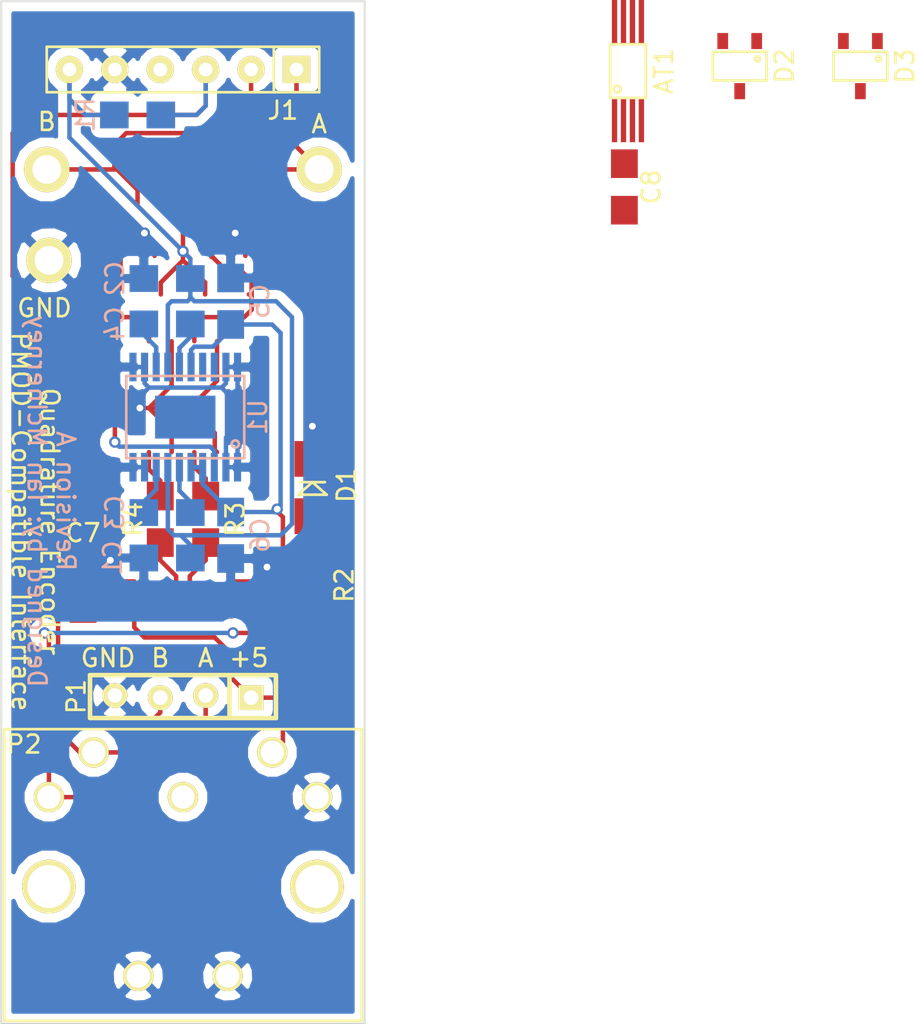
<source format=kicad_pcb>
(kicad_pcb (version 20160815) (host pcbnew "(2016-11-16 revision 682c15e)-master")

  (general
    (links 53)
    (no_connects 12)
    (area 116.027999 68.656999 136.448001 125.907001)
    (thickness 1.6)
    (drawings 13)
    (tracks 228)
    (zones 0)
    (modules 23)
    (nets 26)
  )

  (page A4)
  (layers
    (0 F.Cu signal)
    (31 B.Cu signal hide)
    (32 B.Adhes user)
    (33 F.Adhes user)
    (34 B.Paste user)
    (35 F.Paste user)
    (36 B.SilkS user hide)
    (37 F.SilkS user)
    (38 B.Mask user)
    (39 F.Mask user)
    (40 Dwgs.User user)
    (41 Cmts.User user)
    (42 Eco1.User user)
    (43 Eco2.User user)
    (44 Edge.Cuts user)
    (45 Margin user)
    (46 B.CrtYd user)
    (47 F.CrtYd user)
    (48 B.Fab user)
    (49 F.Fab user)
  )

  (setup
    (last_trace_width 0.25)
    (trace_clearance 0.2)
    (zone_clearance 0.508)
    (zone_45_only no)
    (trace_min 0.2)
    (segment_width 0.2)
    (edge_width 0.1)
    (via_size 0.635)
    (via_drill 0.381)
    (via_min_size 0.4)
    (via_min_drill 0.3)
    (uvia_size 0.3)
    (uvia_drill 0.1)
    (uvias_allowed no)
    (uvia_min_size 0)
    (uvia_min_drill 0)
    (pcb_text_width 0.3)
    (pcb_text_size 1.5 1.5)
    (mod_edge_width 0.15)
    (mod_text_size 1 1)
    (mod_text_width 0.15)
    (pad_size 1.5 1.5)
    (pad_drill 0.6)
    (pad_to_mask_clearance 0)
    (aux_axis_origin 0 0)
    (visible_elements FFFFFB3F)
    (pcbplotparams
      (layerselection 0x010f0_80000001)
      (usegerberextensions false)
      (excludeedgelayer true)
      (linewidth 0.100000)
      (plotframeref false)
      (viasonmask false)
      (mode 1)
      (useauxorigin false)
      (hpglpennumber 1)
      (hpglpenspeed 20)
      (hpglpendiameter 15)
      (psnegative false)
      (psa4output false)
      (plotreference true)
      (plotvalue true)
      (plotinvisibletext false)
      (padsonsilk false)
      (subtractmaskfromsilk false)
      (outputformat 1)
      (mirror false)
      (drillshape 0)
      (scaleselection 1)
      (outputdirectory Gerbers/))
  )

  (net 0 "")
  (net 1 VCC)
  (net 2 GND)
  (net 3 "Net-(C3-Pad1)")
  (net 4 "Net-(C3-Pad2)")
  (net 5 +5V)
  (net 6 "Net-(D1-PadA)")
  (net 7 /LOGIC_A)
  (net 8 /LOGIC_B)
  (net 9 "Net-(J1-Pad4)")
  (net 10 "Net-(P1-Pad2)")
  (net 11 /ENC_A)
  (net 12 /ENC_B)
  (net 13 "Net-(U1-Pad17)")
  (net 14 "Net-(U1-Pad18)")
  (net 15 "Net-(C4-Pad1)")
  (net 16 "Net-(C4-Pad2)")
  (net 17 /EN)
  (net 18 "Net-(D2-PadC)")
  (net 19 "Net-(AT1-Pad8)")
  (net 20 "Net-(AT1-Pad1)")
  (net 21 "Net-(AT1-Pad2)")
  (net 22 "Net-(AT1-Pad3)")
  (net 23 "Net-(AT1-Pad4)")
  (net 24 "Net-(AT1-Pad6)")
  (net 25 "Net-(AT1-Pad7)")

  (net_class Default "This is the default net class."
    (clearance 0.2)
    (trace_width 0.25)
    (via_dia 0.635)
    (via_drill 0.381)
    (uvia_dia 0.3)
    (uvia_drill 0.1)
    (diff_pair_gap 0.25)
    (diff_pair_width 0.2)
    (add_net +5V)
    (add_net /EN)
    (add_net /ENC_A)
    (add_net /ENC_B)
    (add_net /LOGIC_A)
    (add_net /LOGIC_B)
    (add_net GND)
    (add_net "Net-(AT1-Pad1)")
    (add_net "Net-(AT1-Pad2)")
    (add_net "Net-(AT1-Pad3)")
    (add_net "Net-(AT1-Pad4)")
    (add_net "Net-(AT1-Pad6)")
    (add_net "Net-(AT1-Pad7)")
    (add_net "Net-(AT1-Pad8)")
    (add_net "Net-(C3-Pad1)")
    (add_net "Net-(C3-Pad2)")
    (add_net "Net-(C4-Pad1)")
    (add_net "Net-(C4-Pad2)")
    (add_net "Net-(D1-PadA)")
    (add_net "Net-(D2-PadC)")
    (add_net "Net-(J1-Pad4)")
    (add_net "Net-(P1-Pad2)")
    (add_net "Net-(U1-Pad17)")
    (add_net "Net-(U1-Pad18)")
    (add_net VCC)
  )

  (module SMD:SMD_0805 (layer B.Cu) (tedit 55A93AD1) (tstamp 55A81034)
    (at 125.349 99.822 90)
    (tags Handsolderable)
    (path /55A56826)
    (fp_text reference C1 (at 0 -3.048 90) (layer B.SilkS)
      (effects (font (size 1 1) (thickness 0.15)) (justify mirror))
    )
    (fp_text value 15uF (at -1.6 0) (layer B.Fab) hide
      (effects (font (size 1 1) (thickness 0.15)) (justify mirror))
    )
    (fp_line (start -0.6 1) (end 0.6 1) (layer Margin) (width 0.15))
    (fp_line (start 0.6 1) (end 0.6 -1) (layer Margin) (width 0.15))
    (fp_line (start 0.6 -1) (end -0.6 -1) (layer Margin) (width 0.15))
    (fp_line (start -0.6 -1) (end -0.6 1) (layer Margin) (width 0.15))
    (pad 1 smd rect (at 0 1.3 90) (size 1.5 1.6) (layers B.Cu B.Paste B.Mask)
      (net 1 VCC))
    (pad 2 smd rect (at 0 -1.3 90) (size 1.5 1.6) (layers B.Cu B.Paste B.Mask)
      (net 2 GND))
    (model 3D/SMD/SMD-0805.wrl
      (at (xyz 0 0 0))
      (scale (xyz 0.3937 0.3937 0.3937))
      (rotate (xyz 0 0 0))
    )
  )

  (module SMD:SMD_0805 (layer B.Cu) (tedit 55A93AF1) (tstamp 55A8103A)
    (at 125.349 84.201 90)
    (tags Handsolderable)
    (path /55A82F72)
    (fp_text reference C2 (at 0 -2.921 90) (layer B.SilkS)
      (effects (font (size 1 1) (thickness 0.15)) (justify mirror))
    )
    (fp_text value 15uF (at -1.6 0) (layer B.Fab) hide
      (effects (font (size 1 1) (thickness 0.15)) (justify mirror))
    )
    (fp_line (start -0.6 1) (end 0.6 1) (layer Margin) (width 0.15))
    (fp_line (start 0.6 1) (end 0.6 -1) (layer Margin) (width 0.15))
    (fp_line (start 0.6 -1) (end -0.6 -1) (layer Margin) (width 0.15))
    (fp_line (start -0.6 -1) (end -0.6 1) (layer Margin) (width 0.15))
    (pad 1 smd rect (at 0 1.3 90) (size 1.5 1.6) (layers B.Cu B.Paste B.Mask)
      (net 1 VCC))
    (pad 2 smd rect (at 0 -1.3 90) (size 1.5 1.6) (layers B.Cu B.Paste B.Mask)
      (net 2 GND))
    (model 3D/SMD/SMD-0805.wrl
      (at (xyz 0 0 0))
      (scale (xyz 0.3937 0.3937 0.3937))
      (rotate (xyz 0 0 0))
    )
  )

  (module SMD:SMD_0805 (layer B.Cu) (tedit 55A93AD8) (tstamp 55A81040)
    (at 125.349 97.282 90)
    (tags Handsolderable)
    (path /55A55E3A)
    (fp_text reference C3 (at 0 -2.921 90) (layer B.SilkS)
      (effects (font (size 1 1) (thickness 0.15)) (justify mirror))
    )
    (fp_text value 2.2uF (at -1.6 0) (layer B.Fab) hide
      (effects (font (size 1 1) (thickness 0.15)) (justify mirror))
    )
    (fp_line (start -0.6 1) (end 0.6 1) (layer Margin) (width 0.15))
    (fp_line (start 0.6 1) (end 0.6 -1) (layer Margin) (width 0.15))
    (fp_line (start 0.6 -1) (end -0.6 -1) (layer Margin) (width 0.15))
    (fp_line (start -0.6 -1) (end -0.6 1) (layer Margin) (width 0.15))
    (pad 1 smd rect (at 0 1.3 90) (size 1.5 1.6) (layers B.Cu B.Paste B.Mask)
      (net 3 "Net-(C3-Pad1)"))
    (pad 2 smd rect (at 0 -1.3 90) (size 1.5 1.6) (layers B.Cu B.Paste B.Mask)
      (net 4 "Net-(C3-Pad2)"))
    (model 3D/SMD/SMD-0805.wrl
      (at (xyz 0 0 0))
      (scale (xyz 0.3937 0.3937 0.3937))
      (rotate (xyz 0 0 0))
    )
  )

  (module SMD:SMD_0805 (layer B.Cu) (tedit 55A93AEC) (tstamp 55A81046)
    (at 125.349 86.741 90)
    (tags Handsolderable)
    (path /55A55E5F)
    (fp_text reference C4 (at 0 -2.921 90) (layer B.SilkS)
      (effects (font (size 1 1) (thickness 0.15)) (justify mirror))
    )
    (fp_text value 2.2uF (at -1.6 0) (layer B.Fab) hide
      (effects (font (size 1 1) (thickness 0.15)) (justify mirror))
    )
    (fp_line (start -0.6 1) (end 0.6 1) (layer Margin) (width 0.15))
    (fp_line (start 0.6 1) (end 0.6 -1) (layer Margin) (width 0.15))
    (fp_line (start 0.6 -1) (end -0.6 -1) (layer Margin) (width 0.15))
    (fp_line (start -0.6 -1) (end -0.6 1) (layer Margin) (width 0.15))
    (pad 1 smd rect (at 0 1.3 90) (size 1.5 1.6) (layers B.Cu B.Paste B.Mask)
      (net 15 "Net-(C4-Pad1)"))
    (pad 2 smd rect (at 0 -1.3 90) (size 1.5 1.6) (layers B.Cu B.Paste B.Mask)
      (net 16 "Net-(C4-Pad2)"))
    (model 3D/SMD/SMD-0805.wrl
      (at (xyz 0 0 0))
      (scale (xyz 0.3937 0.3937 0.3937))
      (rotate (xyz 0 0 0))
    )
  )

  (module SMD:SMD_0805 (layer B.Cu) (tedit 55A93AE6) (tstamp 55A8104C)
    (at 128.905 85.471)
    (tags Handsolderable)
    (path /55A83372)
    (fp_text reference C5 (at 1.651 0 270) (layer B.SilkS)
      (effects (font (size 1 1) (thickness 0.15)) (justify mirror))
    )
    (fp_text value 33uF (at -1.6 0 270) (layer B.Fab) hide
      (effects (font (size 1 1) (thickness 0.15)) (justify mirror))
    )
    (fp_line (start -0.6 1) (end 0.6 1) (layer Margin) (width 0.15))
    (fp_line (start 0.6 1) (end 0.6 -1) (layer Margin) (width 0.15))
    (fp_line (start 0.6 -1) (end -0.6 -1) (layer Margin) (width 0.15))
    (fp_line (start -0.6 -1) (end -0.6 1) (layer Margin) (width 0.15))
    (pad 1 smd rect (at 0 1.3) (size 1.5 1.6) (layers B.Cu B.Paste B.Mask)
      (net 5 +5V))
    (pad 2 smd rect (at 0 -1.3) (size 1.5 1.6) (layers B.Cu B.Paste B.Mask)
      (net 2 GND))
    (model 3D/SMD/SMD-0805.wrl
      (at (xyz 0 0 0))
      (scale (xyz 0.3937 0.3937 0.3937))
      (rotate (xyz 0 0 0))
    )
  )

  (module LEDs:LED_1206 (layer F.Cu) (tedit 55BC4143) (tstamp 55A81052)
    (at 133.477 95.885 180)
    (tags Handsolderable)
    (path /55A5D2E8)
    (fp_text reference D1 (at -1.905 0.127 90) (layer F.SilkS)
      (effects (font (size 1 1) (thickness 0.15)))
    )
    (fp_text value RED (at 2.6 0 270) (layer F.SilkS) hide
      (effects (font (thickness 0.3048)))
    )
    (fp_line (start -0.6 0.3) (end -0.7 0.3) (layer F.SilkS) (width 0.15))
    (fp_line (start 0.7 0.3) (end -0.6 0.3) (layer F.SilkS) (width 0.15))
    (fp_line (start 0 0.3) (end 0.8 -0.4) (layer F.SilkS) (width 0.15))
    (fp_line (start -0.8 -0.4) (end 0 0.3) (layer F.SilkS) (width 0.15))
    (fp_line (start -0.8 -0.4) (end 0.8 -0.4) (layer F.SilkS) (width 0.15))
    (pad A smd rect (at 0 -1.6 180) (size 2 2) (layers F.Cu F.Paste F.Mask)
      (net 6 "Net-(D1-PadA)"))
    (pad C smd rect (at 0 1.6 180) (size 2 2) (layers F.Cu F.Paste F.Mask)
      (net 2 GND))
    (model 3D/LEDs/LED-1206.wrl
      (at (xyz 0 0 0))
      (scale (xyz 0.3937 0.3937 0.3937))
      (rotate (xyz 0 0 90))
    )
  )

  (module Connectors:PMOD_SINGLE_MALE locked (layer F.Cu) (tedit 55A6A45F) (tstamp 55A8105C)
    (at 126.238 70.485)
    (path /55A55B68)
    (fp_text reference J1 (at 5.588 4.318) (layer F.SilkS)
      (effects (font (size 1 1) (thickness 0.15)))
    )
    (fp_text value PMOD_SINGLE (at 0 0) (layer F.Fab) hide
      (effects (font (size 1 1) (thickness 0.15)))
    )
    (fp_line (start -10.16 -1.778) (end 10.16 -1.778) (layer Dwgs.User) (width 0.15))
    (fp_line (start 5.08 0.762) (end 5.08 3.302) (layer F.SilkS) (width 0.15))
    (fp_line (start 7.62 0.762) (end 7.62 3.302) (layer F.SilkS) (width 0.15))
    (fp_line (start 7.62 3.302) (end -7.62 3.302) (layer F.SilkS) (width 0.15))
    (fp_line (start -7.62 3.302) (end -7.62 0.762) (layer F.SilkS) (width 0.15))
    (fp_line (start -7.62 0.762) (end 7.62 0.762) (layer F.SilkS) (width 0.15))
    (pad 1 thru_hole rect (at 6.35 2.032 180) (size 1.524 1.524) (drill 0.762) (layers *.Cu *.Mask F.SilkS)
      (net 7 /LOGIC_A))
    (pad 2 thru_hole circle (at 3.81 2.032 180) (size 1.524 1.524) (drill 0.762) (layers *.Cu *.Mask F.SilkS)
      (net 8 /LOGIC_B))
    (pad 3 thru_hole circle (at 1.27 2.032 180) (size 1.524 1.524) (drill 0.762) (layers *.Cu *.Mask F.SilkS)
      (net 17 /EN))
    (pad 4 thru_hole circle (at -1.27 2.032 180) (size 1.524 1.524) (drill 0.762) (layers *.Cu *.Mask F.SilkS)
      (net 9 "Net-(J1-Pad4)"))
    (pad 5 thru_hole circle (at -3.81 2.032 180) (size 1.524 1.524) (drill 0.762) (layers *.Cu *.Mask F.SilkS)
      (net 2 GND))
    (pad 6 thru_hole circle (at -6.35 2.032 180) (size 1.524 1.524) (drill 0.762) (layers *.Cu *.Mask F.SilkS)
      (net 1 VCC))
    (model 3D/Connectors/CONN_1x6_Male.wrl
      (at (xyz -0.3 0.31 0.096))
      (scale (xyz 0.3937 0.3937 0.3937))
      (rotate (xyz 0 180 180))
    )
  )

  (module SMD:SMD_0805 (layer B.Cu) (tedit 55A81E27) (tstamp 55A8107D)
    (at 123.698 75.057 270)
    (tags Handsolderable)
    (path /55A55CC4)
    (fp_text reference R1 (at 0 2.921 270) (layer B.SilkS)
      (effects (font (size 1 1) (thickness 0.15)) (justify mirror))
    )
    (fp_text value 10k (at -1.6 0 180) (layer B.Fab) hide
      (effects (font (size 1 1) (thickness 0.15)) (justify mirror))
    )
    (fp_line (start -0.6 1) (end 0.6 1) (layer Margin) (width 0.15))
    (fp_line (start 0.6 1) (end 0.6 -1) (layer Margin) (width 0.15))
    (fp_line (start 0.6 -1) (end -0.6 -1) (layer Margin) (width 0.15))
    (fp_line (start -0.6 -1) (end -0.6 1) (layer Margin) (width 0.15))
    (pad 1 smd rect (at 0 1.3 270) (size 1.5 1.6) (layers B.Cu B.Paste B.Mask)
      (net 1 VCC))
    (pad 2 smd rect (at 0 -1.3 270) (size 1.5 1.6) (layers B.Cu B.Paste B.Mask)
      (net 17 /EN))
    (model 3D/SMD/SMD-0805.wrl
      (at (xyz 0 0 0))
      (scale (xyz 0.3937 0.3937 0.3937))
      (rotate (xyz 0 0 0))
    )
  )

  (module SMD:SMD_0805 (layer F.Cu) (tedit 55BC3EA3) (tstamp 55A81083)
    (at 133.477 101.346 180)
    (tags Handsolderable)
    (path /55A5D293)
    (fp_text reference R2 (at -1.778 0 90) (layer F.SilkS)
      (effects (font (size 1 1) (thickness 0.15)))
    )
    (fp_text value 330 (at -1.6 0 270) (layer F.Fab) hide
      (effects (font (size 1 1) (thickness 0.15)))
    )
    (fp_line (start -0.6 -1) (end 0.6 -1) (layer Margin) (width 0.15))
    (fp_line (start 0.6 -1) (end 0.6 1) (layer Margin) (width 0.15))
    (fp_line (start 0.6 1) (end -0.6 1) (layer Margin) (width 0.15))
    (fp_line (start -0.6 1) (end -0.6 -1) (layer Margin) (width 0.15))
    (pad 1 smd rect (at 0 -1.3 180) (size 1.5 1.6) (layers F.Cu F.Paste F.Mask)
      (net 5 +5V))
    (pad 2 smd rect (at 0 1.3 180) (size 1.5 1.6) (layers F.Cu F.Paste F.Mask)
      (net 6 "Net-(D1-PadA)"))
    (model 3D/SMD/SMD-0805.wrl
      (at (xyz 0 0 0))
      (scale (xyz 0.3937 0.3937 0.3937))
      (rotate (xyz 0 0 0))
    )
  )

  (module SMD:SMD_0805 (layer F.Cu) (tedit 55A817CA) (tstamp 55A81089)
    (at 127.508 97.663)
    (tags Handsolderable)
    (path /55A596C1)
    (fp_text reference R3 (at 1.651 0 90) (layer F.SilkS)
      (effects (font (size 1 1) (thickness 0.15)))
    )
    (fp_text value 220 (at -1.6 0 90) (layer F.Fab) hide
      (effects (font (size 1 1) (thickness 0.15)))
    )
    (fp_line (start -0.6 -1) (end 0.6 -1) (layer Margin) (width 0.15))
    (fp_line (start 0.6 -1) (end 0.6 1) (layer Margin) (width 0.15))
    (fp_line (start 0.6 1) (end -0.6 1) (layer Margin) (width 0.15))
    (fp_line (start -0.6 1) (end -0.6 -1) (layer Margin) (width 0.15))
    (pad 1 smd rect (at 0 -1.3) (size 1.5 1.6) (layers F.Cu F.Paste F.Mask)
      (net 18 "Net-(D2-PadC)"))
    (pad 2 smd rect (at 0 1.3) (size 1.5 1.6) (layers F.Cu F.Paste F.Mask)
      (net 11 /ENC_A))
    (model 3D/SMD/SMD-0805.wrl
      (at (xyz 0 0 0))
      (scale (xyz 0.3937 0.3937 0.3937))
      (rotate (xyz 0 0 0))
    )
  )

  (module SMD:SMD_0805 (layer F.Cu) (tedit 55A817C3) (tstamp 55A8108F)
    (at 124.968 97.663)
    (tags Handsolderable)
    (path /55A598BE)
    (fp_text reference R4 (at -1.524 0 90) (layer F.SilkS)
      (effects (font (size 1 1) (thickness 0.15)))
    )
    (fp_text value 220 (at -1.6 0 90) (layer F.Fab) hide
      (effects (font (size 1 1) (thickness 0.15)))
    )
    (fp_line (start -0.6 -1) (end 0.6 -1) (layer Margin) (width 0.15))
    (fp_line (start 0.6 -1) (end 0.6 1) (layer Margin) (width 0.15))
    (fp_line (start 0.6 1) (end -0.6 1) (layer Margin) (width 0.15))
    (fp_line (start -0.6 1) (end -0.6 -1) (layer Margin) (width 0.15))
    (pad 1 smd rect (at 0 -1.3) (size 1.5 1.6) (layers F.Cu F.Paste F.Mask)
      (net 19 "Net-(AT1-Pad8)"))
    (pad 2 smd rect (at 0 1.3) (size 1.5 1.6) (layers F.Cu F.Paste F.Mask)
      (net 12 /ENC_B))
    (model 3D/SMD/SMD-0805.wrl
      (at (xyz 0 0 0))
      (scale (xyz 0.3937 0.3937 0.3937))
      (rotate (xyz 0 0 0))
    )
  )

  (module Connectors:TESTPOINT_063 (layer F.Cu) (tedit 55A93C01) (tstamp 55A810B2)
    (at 133.858 78.105)
    (path /55A5DE90)
    (fp_text reference TP1 (at 0 2.286) (layer F.SilkS) hide
      (effects (font (size 1 1) (thickness 0.15)))
    )
    (fp_text value TEST_POINT (at 0 -2.032) (layer F.Fab) hide
      (effects (font (size 1 1) (thickness 0.15)))
    )
    (pad 1 thru_hole circle (at 0 0) (size 2.54 2.54) (drill 1.6002) (layers *.Cu *.Mask F.SilkS)
      (net 7 /LOGIC_A))
    (model 3D/Connectors/Testpoint_063.wrl
      (at (xyz -0.0625 0.0625 -0.125))
      (scale (xyz 0.3937 0.3937 0.3937))
      (rotate (xyz -90 0 0))
    )
  )

  (module Connectors:TESTPOINT_063 (layer F.Cu) (tedit 55A93BEA) (tstamp 55A810B7)
    (at 118.618 78.105)
    (path /55A5E19E)
    (fp_text reference TP2 (at 0 -2.159) (layer F.SilkS) hide
      (effects (font (size 1 1) (thickness 0.15)))
    )
    (fp_text value TEST_POINT (at 0 -2.032) (layer F.Fab) hide
      (effects (font (size 1 1) (thickness 0.15)))
    )
    (pad 1 thru_hole circle (at 0 0) (size 2.54 2.54) (drill 1.6002) (layers *.Cu *.Mask F.SilkS)
      (net 8 /LOGIC_B))
    (model 3D/Connectors/Testpoint_063.wrl
      (at (xyz -0.0625 0.0625 -0.125))
      (scale (xyz 0.3937 0.3937 0.3937))
      (rotate (xyz -90 0 0))
    )
  )

  (module Connectors:TESTPOINT_063 (layer F.Cu) (tedit 55A93BCF) (tstamp 55A810BC)
    (at 118.745 83.185)
    (path /55A5E2E9)
    (fp_text reference TP3 (at -0.635 2.286) (layer F.SilkS) hide
      (effects (font (size 1 1) (thickness 0.15)))
    )
    (fp_text value TEST_POINT (at 0 -2.032) (layer F.Fab) hide
      (effects (font (size 1 1) (thickness 0.15)))
    )
    (pad 1 thru_hole circle (at 0 0) (size 2.54 2.54) (drill 1.6002) (layers *.Cu *.Mask F.SilkS)
      (net 2 GND))
    (model 3D/Connectors/Testpoint_063.wrl
      (at (xyz -0.0625 0.0625 -0.125))
      (scale (xyz 0.3937 0.3937 0.3937))
      (rotate (xyz -90 0 0))
    )
  )

  (module SMD:SSOP_20_4.5mm_6.6mm_0.65mm_PWP (layer B.Cu) (tedit 55A93AFF) (tstamp 55A810D5)
    (at 126.365 91.948 180)
    (path /55A5538D)
    (fp_text reference U1 (at -4.064 0 90) (layer B.SilkS)
      (effects (font (size 1 1) (thickness 0.15)) (justify mirror))
    )
    (fp_text value TPS60131 (at -4.4 0 90) (layer B.Fab) hide
      (effects (font (size 1 1) (thickness 0.15)) (justify mirror))
    )
    (fp_circle (center -2.8 -1.5) (end -2.8 -1.3) (layer B.SilkS) (width 0.15))
    (fp_line (start -3.3 2.3) (end 3.3 2.3) (layer B.SilkS) (width 0.15))
    (fp_line (start 3.3 2.3) (end 3.3 -2.3) (layer B.SilkS) (width 0.15))
    (fp_line (start 3.3 -2.3) (end -3.3 -2.3) (layer B.SilkS) (width 0.15))
    (fp_line (start -3.3 -2.3) (end -3.3 2.3) (layer B.SilkS) (width 0.15))
    (pad 1 smd rect (at -2.925 -2.8 180) (size 0.4 1.6) (layers B.Cu B.Paste B.Mask)
      (net 2 GND))
    (pad 2 smd rect (at -2.275 -2.8 180) (size 0.4 1.6) (layers B.Cu B.Paste B.Mask)
      (net 2 GND))
    (pad 3 smd rect (at -1.625 -2.8 180) (size 0.4 1.6) (layers B.Cu B.Paste B.Mask)
      (net 17 /EN))
    (pad 4 smd rect (at -0.975 -2.8 180) (size 0.4 1.6) (layers B.Cu B.Paste B.Mask)
      (net 5 +5V))
    (pad 5 smd rect (at -0.325 -2.8 180) (size 0.4 1.6) (layers B.Cu B.Paste B.Mask)
      (net 5 +5V))
    (pad 6 smd rect (at 0.325 -2.8 180) (size 0.4 1.6) (layers B.Cu B.Paste B.Mask)
      (net 3 "Net-(C3-Pad1)"))
    (pad 7 smd rect (at 0.975 -2.8 180) (size 0.4 1.6) (layers B.Cu B.Paste B.Mask)
      (net 1 VCC))
    (pad 8 smd rect (at 1.625 -2.8 180) (size 0.4 1.6) (layers B.Cu B.Paste B.Mask)
      (net 4 "Net-(C3-Pad2)"))
    (pad 9 smd rect (at 2.275 -2.8 180) (size 0.4 1.6) (layers B.Cu B.Paste B.Mask)
      (net 2 GND))
    (pad 10 smd rect (at 2.925 -2.8 180) (size 0.4 1.6) (layers B.Cu B.Paste B.Mask)
      (net 2 GND))
    (pad 11 smd rect (at 2.925 2.8 180) (size 0.4 1.6) (layers B.Cu B.Paste B.Mask)
      (net 2 GND))
    (pad 12 smd rect (at 2.275 2.8 180) (size 0.4 1.6) (layers B.Cu B.Paste B.Mask)
      (net 2 GND))
    (pad 13 smd rect (at 1.625 2.8 180) (size 0.4 1.6) (layers B.Cu B.Paste B.Mask)
      (net 16 "Net-(C4-Pad2)"))
    (pad 14 smd rect (at 0.975 2.8 180) (size 0.4 1.6) (layers B.Cu B.Paste B.Mask)
      (net 1 VCC))
    (pad 15 smd rect (at 0.325 2.8 180) (size 0.4 1.6) (layers B.Cu B.Paste B.Mask)
      (net 15 "Net-(C4-Pad1)"))
    (pad 16 smd rect (at -0.325 2.8 180) (size 0.4 1.6) (layers B.Cu B.Paste B.Mask)
      (net 5 +5V))
    (pad 17 smd rect (at -0.975 2.8 180) (size 0.4 1.6) (layers B.Cu B.Paste B.Mask)
      (net 13 "Net-(U1-Pad17)"))
    (pad 18 smd rect (at -1.625 2.8 180) (size 0.4 1.6) (layers B.Cu B.Paste B.Mask)
      (net 14 "Net-(U1-Pad18)"))
    (pad 19 smd rect (at -2.275 2.8 180) (size 0.4 1.6) (layers B.Cu B.Paste B.Mask)
      (net 2 GND))
    (pad 20 smd rect (at -2.925 2.8 180) (size 0.4 1.6) (layers B.Cu B.Paste B.Mask)
      (net 2 GND))
    (pad PWP smd rect (at 0 0 180) (size 3.38 2.4) (layers B.Cu B.Paste B.Mask))
    (model 3D/SMD/SSOP_20_4.5mm_6.6mm_0.65mm.wrl
      (at (xyz 0 0 0))
      (scale (xyz 0.3937 0.3937 0.3937))
      (rotate (xyz 0 0 90))
    )
  )

  (module SMD:SMD_0805 (layer B.Cu) (tedit 55A93ADE) (tstamp 55A81D6C)
    (at 128.905 98.552 180)
    (tags Handsolderable)
    (path /55A563BE)
    (fp_text reference C6 (at -1.651 0 270) (layer B.SilkS)
      (effects (font (size 1 1) (thickness 0.15)) (justify mirror))
    )
    (fp_text value 33uF (at -1.6 0 90) (layer B.Fab) hide
      (effects (font (size 1 1) (thickness 0.15)) (justify mirror))
    )
    (fp_line (start -0.6 1) (end 0.6 1) (layer Margin) (width 0.15))
    (fp_line (start 0.6 1) (end 0.6 -1) (layer Margin) (width 0.15))
    (fp_line (start 0.6 -1) (end -0.6 -1) (layer Margin) (width 0.15))
    (fp_line (start -0.6 -1) (end -0.6 1) (layer Margin) (width 0.15))
    (pad 1 smd rect (at 0 1.3 180) (size 1.5 1.6) (layers B.Cu B.Paste B.Mask)
      (net 5 +5V))
    (pad 2 smd rect (at 0 -1.3 180) (size 1.5 1.6) (layers B.Cu B.Paste B.Mask)
      (net 2 GND))
    (model 3D/SMD/SMD-0805.wrl
      (at (xyz 0 0 0))
      (scale (xyz 0.3937 0.3937 0.3937))
      (rotate (xyz 0 0 0))
    )
  )

  (module SMD:SMD_0805 (layer F.Cu) (tedit 55BC4168) (tstamp 55A81D72)
    (at 120.65 101.346)
    (tags Handsolderable)
    (path /58854AD5)
    (fp_text reference C7 (at 0 -2.921 180) (layer F.SilkS)
      (effects (font (size 1 1) (thickness 0.15)))
    )
    (fp_text value CAP (at -1.6 0 90) (layer F.Fab) hide
      (effects (font (size 1 1) (thickness 0.15)))
    )
    (fp_line (start -0.6 -1) (end 0.6 -1) (layer Margin) (width 0.15))
    (fp_line (start 0.6 -1) (end 0.6 1) (layer Margin) (width 0.15))
    (fp_line (start 0.6 1) (end -0.6 1) (layer Margin) (width 0.15))
    (fp_line (start -0.6 1) (end -0.6 -1) (layer Margin) (width 0.15))
    (pad 1 smd rect (at 0 -1.3) (size 1.5 1.6) (layers F.Cu F.Paste F.Mask)
      (net 1 VCC))
    (pad 2 smd rect (at 0 1.3) (size 1.5 1.6) (layers F.Cu F.Paste F.Mask)
      (net 2 GND))
    (model 3D/SMD/SMD-0805.wrl
      (at (xyz 0 0 0))
      (scale (xyz 0.3937 0.3937 0.3937))
      (rotate (xyz 0 0 0))
    )
  )

  (module Connectors:DIN_CUI_SDS-50J (layer F.Cu) (tedit 55BC413A) (tstamp 55A81069)
    (at 126.238 123.19)
    (path /55A57C1B)
    (fp_text reference P1 (at -5.969 -15.621 90) (layer F.SilkS)
      (effects (font (size 1 1) (thickness 0.15)))
    )
    (fp_text value CONN_01X06 (at 0 3.5) (layer F.Fab) hide
      (effects (font (size 1 1) (thickness 0.15)))
    )
    (fp_line (start -10 -13.3) (end -10 -13.8) (layer F.SilkS) (width 0.15))
    (fp_line (start -10 -13.8) (end 10 -13.8) (layer F.SilkS) (width 0.15))
    (fp_line (start 10 -13.8) (end 10 -13.3) (layer F.SilkS) (width 0.15))
    (fp_line (start 10 2.5) (end 10 -13.3) (layer F.SilkS) (width 0.15))
    (fp_line (start -10 -13.3) (end -10 2.5) (layer F.SilkS) (width 0.15))
    (fp_line (start 9.1 2.5) (end 10 2.5) (layer F.SilkS) (width 0.15))
    (fp_line (start -9.1 2.5) (end -10 2.5) (layer F.SilkS) (width 0.15))
    (fp_line (start -9.1 2.5) (end 9.1 2.5) (layer F.SilkS) (width 0.15))
    (pad 1 thru_hole circle (at 7.5 -10) (size 1.7 1.7) (drill 1.3) (layers *.Cu *.Mask F.SilkS)
      (net 2 GND))
    (pad 2 thru_hole circle (at 0 -10) (size 1.7 1.7) (drill 1.3) (layers *.Cu *.Mask F.SilkS)
      (net 10 "Net-(P1-Pad2)"))
    (pad 3 thru_hole circle (at -7.5 -10) (size 1.7 1.7) (drill 1.3) (layers *.Cu *.Mask F.SilkS)
      (net 11 /ENC_A))
    (pad 4 thru_hole circle (at 5 -12.5) (size 1.7 1.7) (drill 1.3) (layers *.Cu *.Mask F.SilkS)
      (net 5 +5V))
    (pad 5 thru_hole circle (at -5 -12.5) (size 1.7 1.7) (drill 1.3) (layers *.Cu *.Mask F.SilkS)
      (net 12 /ENC_B))
    (pad 6 thru_hole circle (at 2.5 0) (size 1.7 1.7) (drill 1.3) (layers *.Cu *.Mask F.SilkS)
      (net 2 GND))
    (pad 6 thru_hole circle (at -2.5 0) (size 1.7 1.7) (drill 1.3) (layers *.Cu *.Mask F.SilkS)
      (net 2 GND))
    (pad "" thru_hole circle (at 7.5 -5) (size 3 3) (drill 2.4) (layers *.Cu *.Mask F.SilkS))
    (pad "" thru_hole circle (at -7.5 -5) (size 3 3) (drill 2.4) (layers *.Cu *.Mask F.SilkS))
    (model 3D/Connectors/DIN_CUI_SDS-50J.wrl
      (at (xyz -0.3935 0.51 -0.138))
      (scale (xyz 0.3937 0.3937 0.3937))
      (rotate (xyz -90 0 0))
    )
  )

  (module Connectors:CONN_2.54mm_1x4 (layer F.Cu) (tedit 55BC4135) (tstamp 55BC3D84)
    (at 126.238 107.569)
    (path /55BC4992)
    (fp_text reference P2 (at -8.89 2.667) (layer F.SilkS)
      (effects (font (size 1 1) (thickness 0.15)))
    )
    (fp_text value CONN_01X04 (at 0 -2.286) (layer F.SilkS) hide
      (effects (font (thickness 0.3048)))
    )
    (fp_line (start -5.2 1.2) (end 5.2 1.2) (layer F.SilkS) (width 0.254))
    (fp_line (start 5.2 -1.2) (end -5.2 -1.2) (layer F.SilkS) (width 0.254))
    (fp_line (start 5.2 1.2) (end 5.2 -1.2) (layer F.SilkS) (width 0.254))
    (fp_line (start 2.6 -1.2) (end 2.6 1.2) (layer F.SilkS) (width 0.254))
    (fp_line (start -5.2 1.2) (end -5.2 -1.2) (layer F.SilkS) (width 0.254))
    (pad 2 thru_hole circle (at 1.27 -0.06096) (size 1.397 1.397) (drill 0.8128) (layers *.Cu *.Mask F.SilkS)
      (net 11 /ENC_A))
    (pad 3 thru_hole circle (at -1.27 0.06096) (size 1.397 1.397) (drill 0.8128) (layers *.Cu *.Mask F.SilkS)
      (net 12 /ENC_B))
    (pad 1 thru_hole rect (at 3.81 0.06096) (size 1.397 1.397) (drill 0.8128) (layers *.Cu *.Mask F.SilkS)
      (net 5 +5V))
    (pad 4 thru_hole circle (at -3.81 -0.06096) (size 1.397 1.397) (drill 0.8128) (layers *.Cu *.Mask F.SilkS)
      (net 2 GND))
  )

  (module SMD:SSOP_08_3.0mm_2.0mm_0.5mm (layer F.Cu) (tedit 58855C0B) (tstamp 58856013)
    (at 151.128595 72.606999)
    (path /58852CDD)
    (fp_text reference AT1 (at 2 0 90) (layer F.SilkS)
      (effects (font (size 1 1) (thickness 0.15)))
    )
    (fp_text value TXB0102 (at -1.8 0 90) (layer F.Fab) hide
      (effects (font (size 1 1) (thickness 0.15)))
    )
    (fp_circle (center -0.6 1) (end -0.4 1) (layer F.SilkS) (width 0.15))
    (fp_line (start 1 -1.5) (end 1 1.5) (layer F.SilkS) (width 0.15))
    (fp_line (start -1 1.5) (end -1 -1.5) (layer F.SilkS) (width 0.15))
    (fp_line (start -1 1.5) (end 1 1.5) (layer F.SilkS) (width 0.15))
    (fp_line (start -1 -1.5) (end 1 -1.5) (layer F.SilkS) (width 0.15))
    (pad 1 smd rect (at -0.75 2.725) (size 0.3 2.5) (layers F.Cu F.Paste F.Mask)
      (net 20 "Net-(AT1-Pad1)"))
    (pad 2 smd rect (at -0.25 2.725) (size 0.3 2.5) (layers F.Cu F.Paste F.Mask)
      (net 21 "Net-(AT1-Pad2)"))
    (pad 3 smd rect (at 0.25 2.725) (size 0.3 2.5) (layers F.Cu F.Paste F.Mask)
      (net 22 "Net-(AT1-Pad3)"))
    (pad 4 smd rect (at 0.75 2.725) (size 0.3 2.5) (layers F.Cu F.Paste F.Mask)
      (net 23 "Net-(AT1-Pad4)"))
    (pad 5 smd rect (at 0.75 -2.725) (size 0.3 2.5) (layers F.Cu F.Paste F.Mask)
      (net 8 /LOGIC_B))
    (pad 6 smd rect (at 0.25 -2.725) (size 0.3 2.5) (layers F.Cu F.Paste F.Mask)
      (net 24 "Net-(AT1-Pad6)"))
    (pad 7 smd rect (at -0.25 -2.725) (size 0.3 2.5) (layers F.Cu F.Paste F.Mask)
      (net 25 "Net-(AT1-Pad7)"))
    (pad 8 smd rect (at -0.75 -2.725) (size 0.3 2.5) (layers F.Cu F.Paste F.Mask)
      (net 19 "Net-(AT1-Pad8)"))
    (model 3D/SMD/SSOP_08_3.0mm_2.0mm_0.5mm.wrl
      (at (xyz 0 0 0))
      (scale (xyz 0.3937 0.3937 0.3937))
      (rotate (xyz 0 0 90))
    )
  )

  (module SMD:SMD_0805 (layer F.Cu) (tedit 550A2F4B) (tstamp 5885601D)
    (at 150.928595 79.081999)
    (tags Handsolderable)
    (path /58854B68)
    (fp_text reference C8 (at 1.5 0 90) (layer F.SilkS)
      (effects (font (size 1 1) (thickness 0.15)))
    )
    (fp_text value CAP (at -1.6 0 90) (layer F.Fab) hide
      (effects (font (size 1 1) (thickness 0.15)))
    )
    (fp_line (start -0.6 -1) (end 0.6 -1) (layer Margin) (width 0.15))
    (fp_line (start 0.6 -1) (end 0.6 1) (layer Margin) (width 0.15))
    (fp_line (start 0.6 1) (end -0.6 1) (layer Margin) (width 0.15))
    (fp_line (start -0.6 1) (end -0.6 -1) (layer Margin) (width 0.15))
    (pad 1 smd rect (at 0 -1.3) (size 1.5 1.6) (layers F.Cu F.Paste F.Mask)
      (net 5 +5V))
    (pad 2 smd rect (at 0 1.3) (size 1.5 1.6) (layers F.Cu F.Paste F.Mask)
      (net 2 GND))
    (model 3D/SMD/SMD-0805.wrl
      (at (xyz 0 0 0))
      (scale (xyz 0.3937 0.3937 0.3937))
      (rotate (xyz 0 0 0))
    )
  )

  (module Diodes:DIODE_SOT-23-3 (layer F.Cu) (tedit 5508E9C0) (tstamp 58856024)
    (at 157.378595 72.326047)
    (path /58857210)
    (fp_text reference D2 (at 2.5 0 90) (layer F.SilkS)
      (effects (font (size 1 1) (thickness 0.15)))
    )
    (fp_text value PLVA653A (at -2.2 0 90) (layer F.Fab) hide
      (effects (font (size 1 1) (thickness 0.15)))
    )
    (fp_circle (center 1 -0.4) (end 1.1 -0.5) (layer F.SilkS) (width 0.15))
    (fp_line (start -1.5 -0.8) (end -1.5 0.8) (layer F.SilkS) (width 0.15))
    (fp_line (start -1.5 0.8) (end 1.5 0.8) (layer F.SilkS) (width 0.15))
    (fp_line (start 1.5 0.8) (end 1.5 -0.8) (layer F.SilkS) (width 0.15))
    (fp_line (start 1.5 -0.8) (end -1.5 -0.8) (layer F.SilkS) (width 0.15))
    (pad C smd rect (at 0 1.4) (size 0.6 0.9) (layers F.Cu F.Paste F.Mask)
      (net 18 "Net-(D2-PadC)"))
    (pad "" smd rect (at -0.95 -1.4) (size 0.6 0.9) (layers F.Cu F.Paste F.Mask))
    (pad A smd rect (at 0.95 -1.4) (size 0.6 0.9) (layers F.Cu F.Paste F.Mask)
      (net 2 GND))
    (model 3D/SMD/SOT-23-3.wrl
      (at (xyz 0 0 0))
      (scale (xyz 0.3937 0.3937 0.3937))
      (rotate (xyz 0 0 90))
    )
  )

  (module Diodes:DIODE_SOT-23-3 (layer F.Cu) (tedit 5508E9C0) (tstamp 5885602B)
    (at 164.128595 72.326047)
    (path /58858B8A)
    (fp_text reference D3 (at 2.5 0 90) (layer F.SilkS)
      (effects (font (size 1 1) (thickness 0.15)))
    )
    (fp_text value PLVA653A (at -2.2 0 90) (layer F.Fab) hide
      (effects (font (size 1 1) (thickness 0.15)))
    )
    (fp_line (start 1.5 -0.8) (end -1.5 -0.8) (layer F.SilkS) (width 0.15))
    (fp_line (start 1.5 0.8) (end 1.5 -0.8) (layer F.SilkS) (width 0.15))
    (fp_line (start -1.5 0.8) (end 1.5 0.8) (layer F.SilkS) (width 0.15))
    (fp_line (start -1.5 -0.8) (end -1.5 0.8) (layer F.SilkS) (width 0.15))
    (fp_circle (center 1 -0.4) (end 1.1 -0.5) (layer F.SilkS) (width 0.15))
    (pad A smd rect (at 0.95 -1.4) (size 0.6 0.9) (layers F.Cu F.Paste F.Mask)
      (net 2 GND))
    (pad "" smd rect (at -0.95 -1.4) (size 0.6 0.9) (layers F.Cu F.Paste F.Mask))
    (pad C smd rect (at 0 1.4) (size 0.6 0.9) (layers F.Cu F.Paste F.Mask)
      (net 19 "Net-(AT1-Pad8)"))
    (model 3D/SMD/SOT-23-3.wrl
      (at (xyz 0 0 0))
      (scale (xyz 0.3937 0.3937 0.3937))
      (rotate (xyz 0 0 90))
    )
  )

  (gr_text +5 (at 129.921 105.41) (layer F.SilkS)
    (effects (font (size 1 1) (thickness 0.15)))
  )
  (gr_text A (at 127.508 105.41) (layer F.SilkS)
    (effects (font (size 1 1) (thickness 0.15)))
  )
  (gr_text B (at 124.968 105.41) (layer F.SilkS)
    (effects (font (size 1 1) (thickness 0.15)))
  )
  (gr_text GND (at 122.047 105.41) (layer F.SilkS)
    (effects (font (size 1 1) (thickness 0.15)))
  )
  (gr_text "Revision A\nDesigned by: Ian McInerney" (at 118.872 96.647 270) (layer B.SilkS)
    (effects (font (size 1 1) (thickness 0.15)) (justify mirror))
  )
  (gr_text "Quadrature Encoder\nPMOD-Compatible Interface" (at 117.983 97.79 270) (layer F.SilkS)
    (effects (font (size 1 1) (thickness 0.15)))
  )
  (gr_text GND (at 118.491 85.852) (layer F.SilkS)
    (effects (font (size 1 1) (thickness 0.15)))
  )
  (gr_text B (at 118.618 75.438) (layer F.SilkS)
    (effects (font (size 1 1) (thickness 0.15)))
  )
  (gr_text A (at 133.858 75.565) (layer F.SilkS)
    (effects (font (size 1 1) (thickness 0.15)))
  )
  (gr_line (start 136.398 125.857) (end 136.398 68.707) (angle 90) (layer Edge.Cuts) (width 0.1))
  (gr_line (start 116.078 125.857) (end 116.078 68.707) (angle 90) (layer Edge.Cuts) (width 0.1))
  (gr_line (start 136.398 68.707) (end 116.078 68.707) (angle 90) (layer Edge.Cuts) (width 0.1))
  (gr_line (start 116.078 125.857) (end 136.398 125.857) (angle 90) (layer Edge.Cuts) (width 0.1))

  (segment (start 128.963 101.133) (end 130.134 101.133) (width 0.25) (layer F.Cu) (net 0))
  (segment (start 130.134 101.133) (end 130.937 100.33) (width 0.25) (layer F.Cu) (net 0) (tstamp 55A939E0))
  (via (at 130.937 100.33) (size 0.635) (drill 0.381) (layers F.Cu B.Cu) (net 0))
  (segment (start 126.619 91.44) (end 128.016 92.837) (width 0.25) (layer F.Cu) (net 0))
  (segment (start 128.016 92.837) (end 128.016 93.778) (width 0.25) (layer F.Cu) (net 0) (tstamp 55A8233F))
  (segment (start 128.016 93.778) (end 128.143 93.905) (width 0.25) (layer F.Cu) (net 0) (tstamp 55A82341))
  (segment (start 129.728 82.934) (end 129.728 82.23) (width 0.25) (layer F.Cu) (net 0))
  (via (at 129.159 81.661) (size 0.635) (drill 0.381) (layers F.Cu B.Cu) (net 0))
  (segment (start 129.728 82.23) (end 129.159 81.661) (width 0.25) (layer F.Cu) (net 0) (tstamp 55A81FD8))
  (segment (start 124.648 82.934) (end 124.648 82.23) (width 0.25) (layer F.Cu) (net 0))
  (via (at 124.079 81.661) (size 0.635) (drill 0.381) (layers F.Cu B.Cu) (net 0))
  (segment (start 124.648 82.23) (end 124.079 81.661) (width 0.25) (layer F.Cu) (net 0) (tstamp 55A81FCE))
  (segment (start 128.143 87.705) (end 128.143 89.916) (width 0.25) (layer F.Cu) (net 0))
  (segment (start 128.143 89.916) (end 126.619 91.44) (width 0.25) (layer F.Cu) (net 0) (tstamp 55A81FAC))
  (segment (start 125.603 87.705) (end 125.603 90.17) (width 0.25) (layer F.Cu) (net 0))
  (segment (start 125.603 90.17) (end 124.333 91.44) (width 0.25) (layer F.Cu) (net 0) (tstamp 55A81FA4))
  (segment (start 126.619 91.44) (end 124.333 91.44) (width 0.25) (layer F.Cu) (net 0) (tstamp 55A81F9D))
  (segment (start 125.603 93.905) (end 125.603 92.71) (width 0.25) (layer F.Cu) (net 0))
  (via (at 123.825 91.44) (size 0.635) (drill 0.381) (layers F.Cu B.Cu) (net 0))
  (segment (start 124.333 91.44) (end 123.825 91.44) (width 0.25) (layer F.Cu) (net 0) (tstamp 55A81F91))
  (segment (start 125.603 92.71) (end 124.333 91.44) (width 0.25) (layer F.Cu) (net 0) (tstamp 55A81F86))
  (segment (start 130.078 85.09) (end 130.078 84.358) (width 0.25) (layer F.Cu) (net 0))
  (segment (start 130.078 84.358) (end 129.54 83.82) (width 0.25) (layer F.Cu) (net 0) (tstamp 55A81905))
  (segment (start 128.714 83.82) (end 127.828 82.934) (width 0.25) (layer F.Cu) (net 0) (tstamp 55A81909))
  (segment (start 129.54 83.82) (end 128.714 83.82) (width 0.25) (layer F.Cu) (net 0) (tstamp 55A81907))
  (segment (start 130.078 85.949) (end 130.078 85.09) (width 0.25) (layer F.Cu) (net 0) (tstamp 55A818F7))
  (segment (start 129.667 86.36) (end 130.078 85.949) (width 0.25) (layer F.Cu) (net 0) (tstamp 55A818F4))
  (segment (start 127.127 86.36) (end 129.667 86.36) (width 0.25) (layer F.Cu) (net 0) (tstamp 55A818F3))
  (segment (start 127.828 82.934) (end 127.828 82.997) (width 0.25) (layer F.Cu) (net 0))
  (segment (start 129.921 85.09) (end 130.078 85.09) (width 0.25) (layer F.Cu) (net 0) (tstamp 55A818E6))
  (segment (start 126.873 86.614) (end 127.127 86.36) (width 0.25) (layer F.Cu) (net 0) (tstamp 55A818F1))
  (segment (start 126.873 87.705) (end 126.873 86.614) (width 0.25) (layer F.Cu) (net 0))
  (segment (start 124.333 87.705) (end 124.333 86.614) (width 0.25) (layer F.Cu) (net 0))
  (segment (start 124.333 86.614) (end 124.079 86.36) (width 0.25) (layer F.Cu) (net 0) (tstamp 55A818FC))
  (segment (start 124.333 87.705) (end 124.333 86.995) (width 0.25) (layer F.Cu) (net 0))
  (segment (start 124.079 86.36) (end 122.809 86.36) (width 0.25) (layer F.Cu) (net 0) (tstamp 55A818FE))
  (segment (start 122.809 86.36) (end 122.398 85.949) (width 0.25) (layer F.Cu) (net 0) (tstamp 55A81900))
  (segment (start 122.398 85.949) (end 122.398 85.09) (width 0.25) (layer F.Cu) (net 0) (tstamp 55A81901))
  (segment (start 122.428 85.09) (end 122.398 85.09) (width 0.25) (layer F.Cu) (net 0) (tstamp 55A818ED))
  (segment (start 122.748 82.934) (end 122.748 84.74) (width 0.25) (layer F.Cu) (net 0))
  (segment (start 122.748 84.74) (end 122.398 85.09) (width 0.25) (layer F.Cu) (net 0) (tstamp 55A818E1))
  (segment (start 129.921 85.471) (end 131.445 85.471) (width 0.25) (layer B.Cu) (net 1))
  (segment (start 129.921 85.471) (end 126.873 85.471) (width 0.25) (layer B.Cu) (net 1) (tstamp 55A823A7))
  (segment (start 126.649 85.247) (end 126.873 85.471) (width 0.25) (layer B.Cu) (net 1) (tstamp 55A823AC))
  (segment (start 131.699 98.552) (end 130.302 98.552) (width 0.25) (layer B.Cu) (net 1) (tstamp 55A938C7))
  (segment (start 132.334 97.917) (end 131.699 98.552) (width 0.25) (layer B.Cu) (net 1) (tstamp 55A938C2))
  (segment (start 132.334 86.36) (end 132.334 97.917) (width 0.25) (layer B.Cu) (net 1) (tstamp 55A938BF))
  (segment (start 131.445 85.471) (end 132.334 86.36) (width 0.25) (layer B.Cu) (net 1) (tstamp 55A938B5))
  (segment (start 126.111 98.552) (end 130.302 98.552) (width 0.25) (layer B.Cu) (net 1))
  (segment (start 119.888 72.517) (end 119.888 74.168) (width 0.25) (layer B.Cu) (net 1))
  (segment (start 120.777 75.057) (end 122.398 75.057) (width 0.25) (layer B.Cu) (net 1) (tstamp 55A82414))
  (segment (start 119.888 74.168) (end 120.777 75.057) (width 0.25) (layer B.Cu) (net 1) (tstamp 55A82412))
  (segment (start 126.649 85.247) (end 126.649 85.314) (width 0.25) (layer B.Cu) (net 1))
  (segment (start 125.39 85.684) (end 125.39 89.148) (width 0.25) (layer B.Cu) (net 1) (tstamp 55A823B9))
  (segment (start 125.603 85.471) (end 125.39 85.684) (width 0.25) (layer B.Cu) (net 1) (tstamp 55A823B7))
  (segment (start 126.492 85.471) (end 125.603 85.471) (width 0.25) (layer B.Cu) (net 1) (tstamp 55A823B5))
  (segment (start 126.649 85.314) (end 126.492 85.471) (width 0.25) (layer B.Cu) (net 1) (tstamp 55A823B2))
  (segment (start 126.649 85.247) (end 126.649 84.201) (width 0.25) (layer B.Cu) (net 1) (tstamp 55A823AD))
  (segment (start 125.39 94.748) (end 125.39 98.212) (width 0.25) (layer B.Cu) (net 1))
  (segment (start 125.39 98.212) (end 125.73 98.552) (width 0.25) (layer B.Cu) (net 1) (tstamp 55A822D3))
  (segment (start 126.649 99.822) (end 126.649 99.09) (width 0.25) (layer B.Cu) (net 1))
  (segment (start 126.649 99.09) (end 126.111 98.552) (width 0.25) (layer B.Cu) (net 1) (tstamp 55A81EA5))
  (segment (start 126.111 98.552) (end 125.73 98.552) (width 0.25) (layer B.Cu) (net 1) (tstamp 55A81EA8))
  (via (at 126.238 82.677) (size 0.635) (drill 0.381) (layers F.Cu B.Cu) (net 1))
  (segment (start 119.888 72.517) (end 119.888 76.327) (width 0.25) (layer B.Cu) (net 1))
  (segment (start 119.888 76.327) (end 126.238 82.677) (width 0.25) (layer B.Cu) (net 1) (tstamp 55A81E86))
  (segment (start 126.238 82.677) (end 126.649 83.088) (width 0.25) (layer B.Cu) (net 1) (tstamp 55A81E94))
  (segment (start 126.649 83.088) (end 126.649 84.201) (width 0.25) (layer B.Cu) (net 1) (tstamp 55A81E8A))
  (segment (start 126.649 99.822) (end 126.649 99.344) (width 0.25) (layer B.Cu) (net 1))
  (segment (start 127.478 78.105) (end 126.238 79.345) (width 0.25) (layer F.Cu) (net 1))
  (segment (start 126.238 79.345) (end 126.238 79.502) (width 0.25) (layer F.Cu) (net 1) (tstamp 55A81A53))
  (segment (start 126.238 83.185) (end 126.238 82.677) (width 0.25) (layer F.Cu) (net 1))
  (segment (start 126.238 82.677) (end 126.238 81.534) (width 0.25) (layer F.Cu) (net 1) (tstamp 55A81E99))
  (segment (start 126.238 81.534) (end 126.238 79.502) (width 0.25) (layer F.Cu) (net 1) (tstamp 55A81A58))
  (segment (start 126.238 79.502) (end 126.238 79.345) (width 0.25) (layer F.Cu) (net 1) (tstamp 55A81A56))
  (segment (start 126.238 79.345) (end 124.998 78.105) (width 0.25) (layer F.Cu) (net 1) (tstamp 55A81A4D))
  (segment (start 127.478 85.09) (end 127.478 84.425) (width 0.25) (layer F.Cu) (net 1))
  (segment (start 127.478 84.425) (end 126.238 83.185) (width 0.25) (layer F.Cu) (net 1) (tstamp 55A81A48))
  (segment (start 124.998 85.09) (end 124.998 84.425) (width 0.25) (layer F.Cu) (net 1))
  (segment (start 124.998 84.425) (end 126.238 83.185) (width 0.25) (layer F.Cu) (net 1) (tstamp 55A81A3F))
  (segment (start 120.65 100.046) (end 122.077 100.046) (width 0.25) (layer F.Cu) (net 1))
  (via (at 122.174 99.949) (size 0.635) (drill 0.381) (layers F.Cu B.Cu) (net 1))
  (segment (start 122.077 100.046) (end 122.174 99.949) (width 0.25) (layer F.Cu) (net 1) (tstamp 55BC4059))
  (segment (start 133.477 94.285) (end 133.477 92.456) (width 0.25) (layer F.Cu) (net 2))
  (via (at 133.477 92.456) (size 0.635) (drill 0.381) (layers F.Cu B.Cu) (net 2))
  (segment (start 124.09 89.148) (end 124.09 90.054) (width 0.25) (layer B.Cu) (net 2))
  (segment (start 124.09 90.054) (end 124.333 90.297) (width 0.25) (layer B.Cu) (net 2) (tstamp 55A93B35))
  (segment (start 124.09 89.148) (end 123.44 89.148) (width 0.25) (layer B.Cu) (net 2))
  (segment (start 124.09 94.748) (end 123.44 94.748) (width 0.25) (layer B.Cu) (net 2))
  (segment (start 129.29 89.148) (end 129.29 90.547) (width 0.25) (layer B.Cu) (net 2))
  (segment (start 129.29 90.547) (end 129.286 90.551) (width 0.25) (layer B.Cu) (net 2) (tstamp 55A938FE))
  (segment (start 129.29 94.748) (end 129.29 93.222) (width 0.25) (layer B.Cu) (net 2))
  (segment (start 129.29 93.222) (end 129.286 93.218) (width 0.25) (layer B.Cu) (net 2) (tstamp 55A938FB))
  (segment (start 128.64 94.748) (end 128.64 93.102) (width 0.25) (layer B.Cu) (net 2))
  (segment (start 128.64 93.102) (end 128.651 93.091) (width 0.25) (layer B.Cu) (net 2) (tstamp 55A938F8))
  (segment (start 128.397 90.297) (end 128.778 90.678) (width 0.25) (layer B.Cu) (net 2))
  (segment (start 128.64 94.748) (end 129.29 94.748) (width 0.25) (layer B.Cu) (net 2))
  (segment (start 128.64 89.148) (end 129.29 89.148) (width 0.25) (layer B.Cu) (net 2))
  (segment (start 128.64 89.148) (end 128.64 90.054) (width 0.25) (layer B.Cu) (net 2))
  (segment (start 124.333 90.297) (end 123.571 91.059) (width 0.25) (layer B.Cu) (net 2) (tstamp 55A9382C))
  (segment (start 128.397 90.297) (end 124.333 90.297) (width 0.25) (layer B.Cu) (net 2) (tstamp 55A93828))
  (segment (start 128.64 90.054) (end 128.397 90.297) (width 0.25) (layer B.Cu) (net 2) (tstamp 55A93826))
  (segment (start 123.513 103.083) (end 121.087 103.083) (width 0.25) (layer F.Cu) (net 2))
  (segment (start 121.087 103.083) (end 120.65 102.646) (width 0.25) (layer F.Cu) (net 2) (tstamp 55BC4055))
  (segment (start 123.513 103.701) (end 124.079 104.267) (width 0.25) (layer F.Cu) (net 2))
  (segment (start 123.513 103.083) (end 123.513 103.701) (width 0.25) (layer F.Cu) (net 2))
  (segment (start 124.079 104.267) (end 128.016 104.267) (width 0.25) (layer F.Cu) (net 2) (tstamp 55BC40EC))
  (segment (start 126.649 97.282) (end 126.649 96.677) (width 0.25) (layer B.Cu) (net 3))
  (segment (start 126.649 96.677) (end 126.04 96.068) (width 0.25) (layer B.Cu) (net 3) (tstamp 55A81C27))
  (segment (start 126.04 96.068) (end 126.04 94.748) (width 0.25) (layer B.Cu) (net 3) (tstamp 55A81C28))
  (segment (start 124.049 97.282) (end 124.049 96.677) (width 0.25) (layer B.Cu) (net 4))
  (segment (start 124.049 96.677) (end 124.74 95.986) (width 0.25) (layer B.Cu) (net 4) (tstamp 55A81C23))
  (segment (start 124.74 95.986) (end 124.74 94.748) (width 0.25) (layer B.Cu) (net 4) (tstamp 55A81C24))
  (segment (start 133.477 102.646) (end 131.826 102.646) (width 0.25) (layer F.Cu) (net 5))
  (segment (start 131.826 102.646) (end 131.826 102.743) (width 0.25) (layer F.Cu) (net 5) (tstamp 55BC41AD))
  (segment (start 128.778 106.35996) (end 130.048 107.62996) (width 0.25) (layer F.Cu) (net 5) (tstamp 55BC40F4))
  (segment (start 128.778 105.029) (end 128.778 106.35996) (width 0.25) (layer F.Cu) (net 5) (tstamp 55BC40F0))
  (segment (start 128.016 104.267) (end 128.778 105.029) (width 0.25) (layer F.Cu) (net 5) (tstamp 55BC40EE))
  (segment (start 130.048 107.62996) (end 131.826 107.62996) (width 0.25) (layer F.Cu) (net 5))
  (segment (start 131.826 107.62996) (end 131.826 107.569) (width 0.25) (layer F.Cu) (net 5) (tstamp 55BC407C))
  (via (at 131.5085 97.0915) (size 0.635) (drill 0.381) (layers F.Cu B.Cu) (net 5))
  (segment (start 131.826 104.775) (end 131.826 102.743) (width 0.25) (layer F.Cu) (net 5) (tstamp 55BC40E6))
  (segment (start 131.826 102.743) (end 131.826 97.536) (width 0.25) (layer F.Cu) (net 5) (tstamp 55BC41B0))
  (segment (start 131.572 97.282) (end 131.826 97.536) (width 0.25) (layer F.Cu) (net 5) (tstamp 55A93941))
  (segment (start 131.572 97.155) (end 131.572 97.282) (width 0.25) (layer F.Cu) (net 5) (tstamp 55A93940))
  (segment (start 131.572 97.155) (end 131.5085 97.0915) (width 0.25) (layer F.Cu) (net 5) (tstamp 55A9393F))
  (segment (start 131.826 105.283) (end 131.826 104.775) (width 0.25) (layer F.Cu) (net 5) (tstamp 55BC408B))
  (segment (start 131.826 107.569) (end 131.826 105.283) (width 0.25) (layer F.Cu) (net 5) (tstamp 55BC4080))
  (segment (start 131.826 110.102) (end 131.826 107.569) (width 0.25) (layer F.Cu) (net 5) (tstamp 55A93944))
  (segment (start 131.826 110.102) (end 131.238 110.69) (width 0.25) (layer F.Cu) (net 5) (tstamp 55A9394A))
  (segment (start 128.905 97.252) (end 131.348 97.252) (width 0.25) (layer B.Cu) (net 5))
  (segment (start 131.348 97.252) (end 131.5085 97.0915) (width 0.25) (layer B.Cu) (net 5) (tstamp 55A938D0))
  (segment (start 131.221 86.771) (end 128.905 86.771) (width 0.25) (layer B.Cu) (net 5) (tstamp 55A938DC))
  (segment (start 131.5085 97.0915) (end 131.699 96.901) (width 0.25) (layer B.Cu) (net 5) (tstamp 55A9393C))
  (segment (start 131.699 96.901) (end 131.699 87.249) (width 0.25) (layer B.Cu) (net 5) (tstamp 55A938D4))
  (segment (start 131.699 87.249) (end 131.221 86.771) (width 0.25) (layer B.Cu) (net 5) (tstamp 55A938D7))
  (segment (start 129.57 86.771) (end 128.905 86.771) (width 0.25) (layer B.Cu) (net 5) (tstamp 55A82390))
  (segment (start 127.34 95.687) (end 128.905 97.252) (width 0.25) (layer B.Cu) (net 5) (tstamp 55A81DBB))
  (segment (start 127.34 94.748) (end 127.34 95.687) (width 0.25) (layer B.Cu) (net 5))
  (segment (start 126.69 94.748) (end 127.34 94.748) (width 0.25) (layer B.Cu) (net 5))
  (segment (start 126.69 89.148) (end 126.69 88.194) (width 0.25) (layer B.Cu) (net 5))
  (segment (start 126.69 88.194) (end 126.873 88.011) (width 0.25) (layer B.Cu) (net 5) (tstamp 55A81DA3))
  (segment (start 126.873 88.011) (end 127.919 88.011) (width 0.25) (layer B.Cu) (net 5) (tstamp 55A81DA4))
  (segment (start 127.919 88.011) (end 129.032 86.898) (width 0.25) (layer B.Cu) (net 5) (tstamp 55A81DA5))
  (segment (start 133.477 97.485) (end 133.477 100.046) (width 0.25) (layer F.Cu) (net 6))
  (segment (start 132.588 72.517) (end 132.588 76.835) (width 0.25) (layer F.Cu) (net 7))
  (segment (start 132.588 76.835) (end 133.858 78.105) (width 0.25) (layer F.Cu) (net 7) (tstamp 55A81A24))
  (segment (start 133.858 78.105) (end 130.078 78.105) (width 0.25) (layer F.Cu) (net 7))
  (segment (start 128.778 80.134) (end 128.778 79.121) (width 0.25) (layer F.Cu) (net 7))
  (segment (start 128.778 79.121) (end 129.794 78.105) (width 0.25) (layer F.Cu) (net 7) (tstamp 55A818D6))
  (segment (start 129.794 78.105) (end 130.078 78.105) (width 0.25) (layer F.Cu) (net 7) (tstamp 55A818D9))
  (segment (start 122.398 78.105) (end 122.398 76.738) (width 0.25) (layer F.Cu) (net 8))
  (segment (start 130.048 75.184) (end 130.048 72.517) (width 0.25) (layer F.Cu) (net 8) (tstamp 55A81A3A))
  (segment (start 129.159 76.073) (end 130.048 75.184) (width 0.25) (layer F.Cu) (net 8) (tstamp 55A81A38))
  (segment (start 123.063 76.073) (end 129.159 76.073) (width 0.25) (layer F.Cu) (net 8) (tstamp 55A81A35))
  (segment (start 122.398 76.738) (end 123.063 76.073) (width 0.25) (layer F.Cu) (net 8) (tstamp 55A81A32))
  (segment (start 118.618 78.105) (end 122.398 78.105) (width 0.25) (layer F.Cu) (net 8))
  (segment (start 123.698 80.134) (end 123.698 79.248) (width 0.25) (layer F.Cu) (net 8))
  (segment (start 123.698 79.248) (end 122.555 78.105) (width 0.25) (layer F.Cu) (net 8) (tstamp 55A818CE))
  (segment (start 122.555 78.105) (end 122.398 78.105) (width 0.25) (layer F.Cu) (net 8) (tstamp 55A818D1))
  (segment (start 118.738 113.19) (end 123.03 113.19) (width 0.25) (layer F.Cu) (net 11))
  (segment (start 127.508 108.712) (end 127.508 107.50804) (width 0.25) (layer F.Cu) (net 11) (tstamp 55BC4077))
  (segment (start 123.03 113.19) (end 127.508 108.712) (width 0.25) (layer F.Cu) (net 11) (tstamp 55BC4071))
  (segment (start 118.738 113.19) (end 118.738 104.26) (width 0.25) (layer F.Cu) (net 11))
  (segment (start 131.064 102.108) (end 131.064 103.632) (width 0.25) (layer F.Cu) (net 11))
  (segment (start 130.739 101.783) (end 131.064 102.108) (width 0.25) (layer F.Cu) (net 11) (tstamp 55A939FF))
  (segment (start 130.739 101.783) (end 128.963 101.783) (width 0.25) (layer F.Cu) (net 11))
  (segment (start 129.032 104.013) (end 121.793 104.013) (width 0.25) (layer B.Cu) (net 11) (tstamp 55A93A4D))
  (via (at 129.032 104.013) (size 0.635) (drill 0.381) (layers F.Cu B.Cu) (net 11))
  (segment (start 130.683 104.013) (end 129.032 104.013) (width 0.25) (layer F.Cu) (net 11) (tstamp 55A93A44))
  (segment (start 131.064 103.632) (end 130.683 104.013) (width 0.25) (layer F.Cu) (net 11) (tstamp 55A93A42))
  (segment (start 120.396 104.013) (end 121.793 104.013) (width 0.25) (layer B.Cu) (net 11))
  (segment (start 118.491 104.013) (end 120.396 104.013) (width 0.25) (layer B.Cu) (net 11) (tstamp 55BC4038))
  (via (at 118.491 104.013) (size 0.635) (drill 0.381) (layers F.Cu B.Cu) (net 11))
  (segment (start 118.738 104.26) (end 118.491 104.013) (width 0.25) (layer F.Cu) (net 11) (tstamp 55BC402C))
  (segment (start 118.832 113.284) (end 118.738 113.19) (width 0.25) (layer F.Cu) (net 11) (tstamp 55A81A87))
  (segment (start 127.508 99.949) (end 127.508 98.963) (width 0.25) (layer F.Cu) (net 11) (tstamp 55A81964))
  (segment (start 126.619 100.838) (end 127.508 99.949) (width 0.25) (layer F.Cu) (net 11) (tstamp 55A81961))
  (segment (start 126.619 102.362) (end 126.619 100.838) (width 0.25) (layer F.Cu) (net 11) (tstamp 55A8195E))
  (segment (start 127.127 99.344) (end 127.508 98.963) (width 0.25) (layer F.Cu) (net 11) (tstamp 55A81946))
  (segment (start 128.963 103.083) (end 127.34 103.083) (width 0.25) (layer F.Cu) (net 11))
  (segment (start 127.34 103.083) (end 126.619 102.362) (width 0.25) (layer F.Cu) (net 11) (tstamp 55A8195B))
  (segment (start 128.963 102.433) (end 128.963 103.083) (width 0.25) (layer F.Cu) (net 11))
  (segment (start 121.238 110.69) (end 122.736 110.69) (width 0.25) (layer F.Cu) (net 12))
  (segment (start 124.968 108.458) (end 124.968 107.62996) (width 0.25) (layer F.Cu) (net 12) (tstamp 55BC406E))
  (segment (start 122.736 110.69) (end 124.968 108.458) (width 0.25) (layer F.Cu) (net 12) (tstamp 55BC406B))
  (segment (start 121.238 110.69) (end 120.469 110.69) (width 0.25) (layer F.Cu) (net 12))
  (segment (start 120.469 110.69) (end 119.253 109.474) (width 0.25) (layer F.Cu) (net 12) (tstamp 55BC4044))
  (segment (start 123.513 101.133) (end 122.006 101.133) (width 0.25) (layer F.Cu) (net 12))
  (segment (start 119.253 101.6) (end 119.253 109.474) (width 0.25) (layer F.Cu) (net 12) (tstamp 55BC401D))
  (segment (start 119.507 101.346) (end 119.253 101.6) (width 0.25) (layer F.Cu) (net 12) (tstamp 55BC401C))
  (segment (start 121.793 101.346) (end 119.507 101.346) (width 0.25) (layer F.Cu) (net 12) (tstamp 55BC4019))
  (segment (start 122.006 101.133) (end 121.793 101.346) (width 0.25) (layer F.Cu) (net 12) (tstamp 55BC4015))
  (segment (start 124.968 99.949) (end 124.968 98.963) (width 0.25) (layer F.Cu) (net 12) (tstamp 55A81973))
  (segment (start 125.857 100.838) (end 124.968 99.949) (width 0.25) (layer F.Cu) (net 12) (tstamp 55A81971))
  (segment (start 125.857 102.108) (end 125.857 100.838) (width 0.25) (layer F.Cu) (net 12) (tstamp 55A8196A))
  (segment (start 125.349 99.344) (end 124.968 98.963) (width 0.25) (layer F.Cu) (net 12) (tstamp 55A81953))
  (segment (start 123.513 102.433) (end 125.532 102.433) (width 0.25) (layer F.Cu) (net 12))
  (segment (start 125.532 102.433) (end 125.857 102.108) (width 0.25) (layer F.Cu) (net 12) (tstamp 55A81967))
  (segment (start 123.513 101.783) (end 123.513 102.433) (width 0.25) (layer F.Cu) (net 12))
  (segment (start 126.649 86.868) (end 126.649 87.473) (width 0.25) (layer B.Cu) (net 15))
  (segment (start 126.649 87.473) (end 126.04 88.082) (width 0.25) (layer B.Cu) (net 15) (tstamp 55A81C1F))
  (segment (start 126.649 86.868) (end 126.649 87.219) (width 0.25) (layer B.Cu) (net 15))
  (segment (start 126.04 88.082) (end 126.04 89.148) (width 0.25) (layer B.Cu) (net 15) (tstamp 55A81C20))
  (segment (start 124.049 86.868) (end 124.049 87.346) (width 0.25) (layer B.Cu) (net 16))
  (segment (start 124.049 87.346) (end 124.74 88.037) (width 0.25) (layer B.Cu) (net 16) (tstamp 55A81C16))
  (segment (start 124.74 88.037) (end 124.74 89.148) (width 0.25) (layer B.Cu) (net 16) (tstamp 55A81C17))
  (via (at 122.428 93.345) (size 0.635) (drill 0.381) (layers F.Cu B.Cu) (net 17))
  (segment (start 122.428 89.789) (end 116.713 84.074) (width 0.25) (layer F.Cu) (net 17))
  (segment (start 127.508 74.549) (end 127 75.057) (width 0.25) (layer F.Cu) (net 17) (tstamp 55A824B2))
  (segment (start 127 75.057) (end 117.729 75.057) (width 0.25) (layer F.Cu) (net 17) (tstamp 55A824B4))
  (segment (start 117.729 75.057) (end 116.713 76.073) (width 0.25) (layer F.Cu) (net 17) (tstamp 55A824B7))
  (segment (start 116.713 76.073) (end 116.713 84.074) (width 0.25) (layer F.Cu) (net 17) (tstamp 55A824BA))
  (segment (start 127.508 72.517) (end 127.508 74.549) (width 0.25) (layer F.Cu) (net 17))
  (segment (start 122.428 93.345) (end 122.428 89.789) (width 0.25) (layer F.Cu) (net 17))
  (segment (start 127.99 93.827) (end 127.99 94.748) (width 0.25) (layer B.Cu) (net 17) (tstamp 55A82505))
  (segment (start 127.762 93.599) (end 127.99 93.827) (width 0.25) (layer B.Cu) (net 17) (tstamp 55A824FF))
  (segment (start 122.682 93.599) (end 127.762 93.599) (width 0.25) (layer B.Cu) (net 17) (tstamp 55A824FB))
  (segment (start 122.428 93.345) (end 122.682 93.599) (width 0.25) (layer B.Cu) (net 17) (tstamp 55A824FA))
  (segment (start 124.998 75.057) (end 127 75.057) (width 0.25) (layer B.Cu) (net 17))
  (segment (start 127.508 74.549) (end 127.508 72.517) (width 0.25) (layer B.Cu) (net 17) (tstamp 55A82418))
  (segment (start 127 75.057) (end 127.508 74.549) (width 0.25) (layer B.Cu) (net 17) (tstamp 55A82417))
  (segment (start 126.873 94.742) (end 126.873 93.905) (width 0.25) (layer F.Cu) (net 18) (tstamp 55A8191D))
  (segment (start 127.508 96.363) (end 127.508 95.377) (width 0.25) (layer F.Cu) (net 18))
  (segment (start 127.508 95.377) (end 126.873 94.742) (width 0.25) (layer F.Cu) (net 18) (tstamp 55A8191C))
  (segment (start 124.333 94.869) (end 124.333 93.905) (width 0.25) (layer F.Cu) (net 19) (tstamp 55A81919))
  (segment (start 124.968 95.504) (end 124.333 94.869) (width 0.25) (layer F.Cu) (net 19) (tstamp 55A81917))
  (segment (start 124.968 96.363) (end 124.968 95.504) (width 0.25) (layer F.Cu) (net 19))

  (zone (net 2) (net_name GND) (layer B.Cu) (tstamp 55A819C1) (hatch edge 0.508)
    (connect_pads (clearance 0.508))
    (min_thickness 0.254)
    (fill yes (arc_segments 16) (thermal_gap 0.508) (thermal_bridge_width 0.508))
    (polygon
      (pts
        (xy 136.271 125.73) (xy 116.205 125.73) (xy 116.205 68.834) (xy 136.271 68.834) (xy 136.271 125.73)
      )
    )
    (filled_polygon
      (pts
        (xy 135.713 77.605927) (xy 135.473922 77.027314) (xy 134.938505 76.490961) (xy 134.23859 76.200332) (xy 133.480735 76.19967)
        (xy 132.780314 76.489078) (xy 132.243961 77.024495) (xy 131.953332 77.72441) (xy 131.95267 78.482265) (xy 132.242078 79.182686)
        (xy 132.777495 79.719039) (xy 133.47741 80.009668) (xy 134.235265 80.01033) (xy 134.935686 79.720922) (xy 135.472039 79.185505)
        (xy 135.713 78.605204) (xy 135.713 117.379061) (xy 135.54902 116.9822) (xy 134.948959 116.381091) (xy 134.164541 116.055372)
        (xy 133.315185 116.05463) (xy 132.5302 116.37898) (xy 131.929091 116.979041) (xy 131.603372 117.763459) (xy 131.60263 118.612815)
        (xy 131.92698 119.3978) (xy 132.527041 119.998909) (xy 133.311459 120.324628) (xy 134.160815 120.32537) (xy 134.9458 120.00102)
        (xy 135.546909 119.400959) (xy 135.713 119.000968) (xy 135.713 125.172) (xy 116.763 125.172) (xy 116.763 124.233958)
        (xy 122.873647 124.233958) (xy 122.95392 124.485259) (xy 123.509279 124.686718) (xy 124.099458 124.660315) (xy 124.52208 124.485259)
        (xy 124.602353 124.233958) (xy 127.873647 124.233958) (xy 127.95392 124.485259) (xy 128.509279 124.686718) (xy 129.099458 124.660315)
        (xy 129.52208 124.485259) (xy 129.602353 124.233958) (xy 128.738 123.369605) (xy 127.873647 124.233958) (xy 124.602353 124.233958)
        (xy 123.738 123.369605) (xy 122.873647 124.233958) (xy 116.763 124.233958) (xy 116.763 122.961279) (xy 122.241282 122.961279)
        (xy 122.267685 123.551458) (xy 122.442741 123.97408) (xy 122.694042 124.054353) (xy 123.558395 123.19) (xy 123.917605 123.19)
        (xy 124.781958 124.054353) (xy 125.033259 123.97408) (xy 125.234718 123.418721) (xy 125.214254 122.961279) (xy 127.241282 122.961279)
        (xy 127.267685 123.551458) (xy 127.442741 123.97408) (xy 127.694042 124.054353) (xy 128.558395 123.19) (xy 128.917605 123.19)
        (xy 129.781958 124.054353) (xy 130.033259 123.97408) (xy 130.234718 123.418721) (xy 130.208315 122.828542) (xy 130.033259 122.40592)
        (xy 129.781958 122.325647) (xy 128.917605 123.19) (xy 128.558395 123.19) (xy 127.694042 122.325647) (xy 127.442741 122.40592)
        (xy 127.241282 122.961279) (xy 125.214254 122.961279) (xy 125.208315 122.828542) (xy 125.033259 122.40592) (xy 124.781958 122.325647)
        (xy 123.917605 123.19) (xy 123.558395 123.19) (xy 122.694042 122.325647) (xy 122.442741 122.40592) (xy 122.241282 122.961279)
        (xy 116.763 122.961279) (xy 116.763 122.146042) (xy 122.873647 122.146042) (xy 123.738 123.010395) (xy 124.602353 122.146042)
        (xy 127.873647 122.146042) (xy 128.738 123.010395) (xy 129.602353 122.146042) (xy 129.52208 121.894741) (xy 128.966721 121.693282)
        (xy 128.376542 121.719685) (xy 127.95392 121.894741) (xy 127.873647 122.146042) (xy 124.602353 122.146042) (xy 124.52208 121.894741)
        (xy 123.966721 121.693282) (xy 123.376542 121.719685) (xy 122.95392 121.894741) (xy 122.873647 122.146042) (xy 116.763 122.146042)
        (xy 116.763 119.000939) (xy 116.92698 119.3978) (xy 117.527041 119.998909) (xy 118.311459 120.324628) (xy 119.160815 120.32537)
        (xy 119.9458 120.00102) (xy 120.546909 119.400959) (xy 120.872628 118.616541) (xy 120.87337 117.767185) (xy 120.54902 116.9822)
        (xy 119.948959 116.381091) (xy 119.164541 116.055372) (xy 118.315185 116.05463) (xy 117.5302 116.37898) (xy 116.929091 116.979041)
        (xy 116.763 117.379032) (xy 116.763 113.484089) (xy 117.252743 113.484089) (xy 117.478344 114.030086) (xy 117.895717 114.448188)
        (xy 118.441319 114.674742) (xy 119.032089 114.675257) (xy 119.578086 114.449656) (xy 119.996188 114.032283) (xy 120.222742 113.486681)
        (xy 120.222744 113.484089) (xy 124.752743 113.484089) (xy 124.978344 114.030086) (xy 125.395717 114.448188) (xy 125.941319 114.674742)
        (xy 126.532089 114.675257) (xy 127.078086 114.449656) (xy 127.29416 114.233958) (xy 132.873647 114.233958) (xy 132.95392 114.485259)
        (xy 133.509279 114.686718) (xy 134.099458 114.660315) (xy 134.52208 114.485259) (xy 134.602353 114.233958) (xy 133.738 113.369605)
        (xy 132.873647 114.233958) (xy 127.29416 114.233958) (xy 127.496188 114.032283) (xy 127.722742 113.486681) (xy 127.7232 112.961279)
        (xy 132.241282 112.961279) (xy 132.267685 113.551458) (xy 132.442741 113.97408) (xy 132.694042 114.054353) (xy 133.558395 113.19)
        (xy 133.917605 113.19) (xy 134.781958 114.054353) (xy 135.033259 113.97408) (xy 135.234718 113.418721) (xy 135.208315 112.828542)
        (xy 135.033259 112.40592) (xy 134.781958 112.325647) (xy 133.917605 113.19) (xy 133.558395 113.19) (xy 132.694042 112.325647)
        (xy 132.442741 112.40592) (xy 132.241282 112.961279) (xy 127.7232 112.961279) (xy 127.723257 112.895911) (xy 127.497656 112.349914)
        (xy 127.080283 111.931812) (xy 126.534681 111.705258) (xy 125.943911 111.704743) (xy 125.397914 111.930344) (xy 124.979812 112.347717)
        (xy 124.753258 112.893319) (xy 124.752743 113.484089) (xy 120.222744 113.484089) (xy 120.223257 112.895911) (xy 119.997656 112.349914)
        (xy 119.580283 111.931812) (xy 119.034681 111.705258) (xy 118.443911 111.704743) (xy 117.897914 111.930344) (xy 117.479812 112.347717)
        (xy 117.253258 112.893319) (xy 117.252743 113.484089) (xy 116.763 113.484089) (xy 116.763 110.984089) (xy 119.752743 110.984089)
        (xy 119.978344 111.530086) (xy 120.395717 111.948188) (xy 120.941319 112.174742) (xy 121.532089 112.175257) (xy 122.078086 111.949656)
        (xy 122.496188 111.532283) (xy 122.722742 110.986681) (xy 122.722744 110.984089) (xy 129.752743 110.984089) (xy 129.978344 111.530086)
        (xy 130.395717 111.948188) (xy 130.941319 112.174742) (xy 131.532089 112.175257) (xy 131.602794 112.146042) (xy 132.873647 112.146042)
        (xy 133.738 113.010395) (xy 134.602353 112.146042) (xy 134.52208 111.894741) (xy 133.966721 111.693282) (xy 133.376542 111.719685)
        (xy 132.95392 111.894741) (xy 132.873647 112.146042) (xy 131.602794 112.146042) (xy 132.078086 111.949656) (xy 132.496188 111.532283)
        (xy 132.722742 110.986681) (xy 132.723257 110.395911) (xy 132.497656 109.849914) (xy 132.080283 109.431812) (xy 131.534681 109.205258)
        (xy 130.943911 109.204743) (xy 130.397914 109.430344) (xy 129.979812 109.847717) (xy 129.753258 110.393319) (xy 129.752743 110.984089)
        (xy 122.722744 110.984089) (xy 122.723257 110.395911) (xy 122.497656 109.849914) (xy 122.080283 109.431812) (xy 121.534681 109.205258)
        (xy 120.943911 109.204743) (xy 120.397914 109.430344) (xy 119.979812 109.847717) (xy 119.753258 110.393319) (xy 119.752743 110.984089)
        (xy 116.763 110.984089) (xy 116.763 108.442228) (xy 121.673417 108.442228) (xy 121.735071 108.67784) (xy 122.23548 108.853967)
        (xy 122.765199 108.825188) (xy 123.120929 108.67784) (xy 123.182583 108.442228) (xy 122.428 107.687645) (xy 121.673417 108.442228)
        (xy 116.763 108.442228) (xy 116.763 107.31552) (xy 121.082073 107.31552) (xy 121.110852 107.845239) (xy 121.2582 108.200969)
        (xy 121.493812 108.262623) (xy 122.248395 107.50804) (xy 122.607605 107.50804) (xy 123.362188 108.262623) (xy 123.5978 108.200969)
        (xy 123.672911 107.987566) (xy 123.836854 108.38434) (xy 124.211647 108.759787) (xy 124.701587 108.963228) (xy 125.232086 108.963691)
        (xy 125.72238 108.761106) (xy 126.097827 108.386313) (xy 126.263344 107.987704) (xy 126.376854 108.26242) (xy 126.751647 108.637867)
        (xy 127.241587 108.841308) (xy 127.772086 108.841771) (xy 128.26238 108.639186) (xy 128.637827 108.264393) (xy 128.70206 108.109703)
        (xy 128.70206 108.32846) (xy 128.746338 108.563777) (xy 128.88541 108.779901) (xy 129.09761 108.924891) (xy 129.3495 108.9759)
        (xy 130.7465 108.9759) (xy 130.981817 108.931622) (xy 131.197941 108.79255) (xy 131.342931 108.58035) (xy 131.39394 108.32846)
        (xy 131.39394 106.93146) (xy 131.349662 106.696143) (xy 131.21059 106.480019) (xy 130.99839 106.335029) (xy 130.7465 106.28402)
        (xy 129.3495 106.28402) (xy 129.114183 106.328298) (xy 128.898059 106.46737) (xy 128.753069 106.67957) (xy 128.70553 106.914323)
        (xy 128.639146 106.75366) (xy 128.264353 106.378213) (xy 127.774413 106.174772) (xy 127.243914 106.174309) (xy 126.75362 106.376894)
        (xy 126.378173 106.751687) (xy 126.212656 107.150296) (xy 126.099146 106.87558) (xy 125.724353 106.500133) (xy 125.234413 106.296692)
        (xy 124.703914 106.296229) (xy 124.21362 106.498814) (xy 123.838173 106.873607) (xy 123.729968 107.134193) (xy 123.5978 106.815111)
        (xy 123.362188 106.753457) (xy 122.607605 107.50804) (xy 122.248395 107.50804) (xy 121.493812 106.753457) (xy 121.2582 106.815111)
        (xy 121.082073 107.31552) (xy 116.763 107.31552) (xy 116.763 106.573852) (xy 121.673417 106.573852) (xy 122.428 107.328435)
        (xy 123.182583 106.573852) (xy 123.120929 106.33824) (xy 122.62052 106.162113) (xy 122.090801 106.190892) (xy 121.735071 106.33824)
        (xy 121.673417 106.573852) (xy 116.763 106.573852) (xy 116.763 104.201633) (xy 117.538335 104.201633) (xy 117.683039 104.551843)
        (xy 117.950747 104.82002) (xy 118.300705 104.965335) (xy 118.679633 104.965665) (xy 119.029843 104.820961) (xy 119.077888 104.773)
        (xy 128.444809 104.773) (xy 128.491747 104.82002) (xy 128.841705 104.965335) (xy 129.220633 104.965665) (xy 129.570843 104.820961)
        (xy 129.83902 104.553253) (xy 129.984335 104.203295) (xy 129.984665 103.824367) (xy 129.839961 103.474157) (xy 129.572253 103.20598)
        (xy 129.222295 103.060665) (xy 128.843367 103.060335) (xy 128.493157 103.205039) (xy 128.445112 103.253) (xy 119.078191 103.253)
        (xy 119.031253 103.20598) (xy 118.681295 103.060665) (xy 118.302367 103.060335) (xy 117.952157 103.205039) (xy 117.68398 103.472747)
        (xy 117.538665 103.822705) (xy 117.538335 104.201633) (xy 116.763 104.201633) (xy 116.763 100.10775) (xy 122.614 100.10775)
        (xy 122.614 100.698309) (xy 122.710673 100.931698) (xy 122.889301 101.110327) (xy 123.12269 101.207) (xy 123.76325 101.207)
        (xy 123.922 101.04825) (xy 123.922 99.949) (xy 122.77275 99.949) (xy 122.614 100.10775) (xy 116.763 100.10775)
        (xy 116.763 84.532777) (xy 117.576828 84.532777) (xy 117.70852 84.827657) (xy 118.416036 85.099261) (xy 119.173632 85.079436)
        (xy 119.78148 84.827657) (xy 119.913172 84.532777) (xy 118.745 83.364605) (xy 117.576828 84.532777) (xy 116.763 84.532777)
        (xy 116.763 82.856036) (xy 116.830739 82.856036) (xy 116.850564 83.613632) (xy 117.102343 84.22148) (xy 117.397223 84.353172)
        (xy 118.565395 83.185) (xy 118.924605 83.185) (xy 120.092777 84.353172) (xy 120.387657 84.22148) (xy 120.659261 83.513964)
        (xy 120.654309 83.324691) (xy 122.614 83.324691) (xy 122.614 83.91525) (xy 122.77275 84.074) (xy 123.922 84.074)
        (xy 123.922 82.97475) (xy 123.76325 82.816) (xy 123.12269 82.816) (xy 122.889301 82.912673) (xy 122.710673 83.091302)
        (xy 122.614 83.324691) (xy 120.654309 83.324691) (xy 120.639436 82.756368) (xy 120.387657 82.14852) (xy 120.092777 82.016828)
        (xy 118.924605 83.185) (xy 118.565395 83.185) (xy 117.397223 82.016828) (xy 117.102343 82.14852) (xy 116.830739 82.856036)
        (xy 116.763 82.856036) (xy 116.763 81.837223) (xy 117.576828 81.837223) (xy 118.745 83.005395) (xy 119.913172 81.837223)
        (xy 119.78148 81.542343) (xy 119.073964 81.270739) (xy 118.316368 81.290564) (xy 117.70852 81.542343) (xy 117.576828 81.837223)
        (xy 116.763 81.837223) (xy 116.763 78.604073) (xy 117.002078 79.182686) (xy 117.537495 79.719039) (xy 118.23741 80.009668)
        (xy 118.995265 80.01033) (xy 119.695686 79.720922) (xy 120.232039 79.185505) (xy 120.522668 78.48559) (xy 120.52306 78.036862)
        (xy 125.285393 82.799195) (xy 125.285335 82.865633) (xy 125.358853 83.043559) (xy 125.351031 83.055006) (xy 125.208699 82.912673)
        (xy 124.97531 82.816) (xy 124.33475 82.816) (xy 124.176 82.97475) (xy 124.176 84.074) (xy 124.196 84.074)
        (xy 124.196 84.328) (xy 124.176 84.328) (xy 124.176 84.348) (xy 123.922 84.348) (xy 123.922 84.328)
        (xy 122.77275 84.328) (xy 122.614 84.48675) (xy 122.614 85.077309) (xy 122.710673 85.310698) (xy 122.876249 85.476275)
        (xy 122.797559 85.52691) (xy 122.652569 85.73911) (xy 122.60156 85.991) (xy 122.60156 87.491) (xy 122.645838 87.726317)
        (xy 122.770276 87.919699) (xy 122.701673 87.988301) (xy 122.605 88.22169) (xy 122.605 88.86225) (xy 122.76375 89.021)
        (xy 123.34 89.021) (xy 123.34 89.001) (xy 123.39375 89.001) (xy 123.41375 89.021) (xy 123.587 89.021)
        (xy 123.587 89.275) (xy 123.41375 89.275) (xy 123.34 89.34875) (xy 123.34 89.275) (xy 122.76375 89.275)
        (xy 122.605 89.43375) (xy 122.605 90.07431) (xy 122.701673 90.307699) (xy 122.880302 90.486327) (xy 123.113691 90.583)
        (xy 123.18125 90.583) (xy 123.34 90.42425) (xy 123.34 90.279518) (xy 123.351673 90.307699) (xy 123.530302 90.486327)
        (xy 123.65283 90.53708) (xy 123.69875 90.583) (xy 123.83125 90.583) (xy 123.87717 90.53708) (xy 123.962998 90.501529)
        (xy 123.962998 90.583) (xy 124.060973 90.583) (xy 124.02756 90.748) (xy 124.02756 92.839) (xy 123.249531 92.839)
        (xy 123.235961 92.806157) (xy 122.968253 92.53798) (xy 122.618295 92.392665) (xy 122.239367 92.392335) (xy 121.889157 92.537039)
        (xy 121.62098 92.804747) (xy 121.475665 93.154705) (xy 121.475335 93.533633) (xy 121.620039 93.883843) (xy 121.887747 94.15202)
        (xy 122.237705 94.297335) (xy 122.385646 94.297464) (xy 122.39116 94.301148) (xy 122.605 94.343684) (xy 122.605 94.46225)
        (xy 122.76375 94.621) (xy 123.34 94.621) (xy 123.34 94.601) (xy 123.39375 94.601) (xy 123.41375 94.621)
        (xy 123.587 94.621) (xy 123.587 94.875) (xy 123.41375 94.875) (xy 123.39375 94.895) (xy 123.34 94.895)
        (xy 123.34 94.875) (xy 122.76375 94.875) (xy 122.605 95.03375) (xy 122.605 95.67431) (xy 122.701673 95.907699)
        (xy 122.836699 96.042724) (xy 122.797559 96.06791) (xy 122.652569 96.28011) (xy 122.60156 96.532) (xy 122.60156 98.032)
        (xy 122.645838 98.267317) (xy 122.78491 98.483441) (xy 122.876769 98.546205) (xy 122.710673 98.712302) (xy 122.614 98.945691)
        (xy 122.614 99.53625) (xy 122.77275 99.695) (xy 123.922 99.695) (xy 123.922 99.675) (xy 124.176 99.675)
        (xy 124.176 99.695) (xy 124.196 99.695) (xy 124.196 99.949) (xy 124.176 99.949) (xy 124.176 101.04825)
        (xy 124.33475 101.207) (xy 124.97531 101.207) (xy 125.208699 101.110327) (xy 125.349936 100.969089) (xy 125.38491 101.023441)
        (xy 125.59711 101.168431) (xy 125.849 101.21944) (xy 127.449 101.21944) (xy 127.684317 101.175162) (xy 127.74262 101.137645)
        (xy 127.795302 101.190327) (xy 128.028691 101.287) (xy 128.61925 101.287) (xy 128.778 101.12825) (xy 128.778 99.979)
        (xy 129.032 99.979) (xy 129.032 101.12825) (xy 129.19075 101.287) (xy 129.781309 101.287) (xy 130.014698 101.190327)
        (xy 130.193327 101.011699) (xy 130.29 100.77831) (xy 130.29 100.13775) (xy 130.13125 99.979) (xy 129.032 99.979)
        (xy 128.778 99.979) (xy 128.758 99.979) (xy 128.758 99.725) (xy 128.778 99.725) (xy 128.778 99.705)
        (xy 129.032 99.705) (xy 129.032 99.725) (xy 130.13125 99.725) (xy 130.29 99.56625) (xy 130.29 99.312)
        (xy 131.699 99.312) (xy 131.989839 99.254148) (xy 132.236401 99.089401) (xy 132.871401 98.454401) (xy 133.036148 98.207839)
        (xy 133.094 97.917) (xy 133.094 86.36) (xy 133.036148 86.069161) (xy 132.871401 85.822599) (xy 131.982401 84.933599)
        (xy 131.735839 84.768852) (xy 131.445 84.711) (xy 130.29 84.711) (xy 130.29 84.45675) (xy 130.13125 84.298)
        (xy 129.032 84.298) (xy 129.032 84.318) (xy 128.778 84.318) (xy 128.778 84.298) (xy 128.758 84.298)
        (xy 128.758 84.044) (xy 128.778 84.044) (xy 128.778 82.89475) (xy 129.032 82.89475) (xy 129.032 84.044)
        (xy 130.13125 84.044) (xy 130.29 83.88525) (xy 130.29 83.24469) (xy 130.193327 83.011301) (xy 130.014698 82.832673)
        (xy 129.781309 82.736) (xy 129.19075 82.736) (xy 129.032 82.89475) (xy 128.778 82.89475) (xy 128.61925 82.736)
        (xy 128.028691 82.736) (xy 127.795302 82.832673) (xy 127.74397 82.884004) (xy 127.70089 82.854569) (xy 127.449 82.80356)
        (xy 127.352421 82.80356) (xy 127.351148 82.797161) (xy 127.190605 82.556891) (xy 127.190665 82.488367) (xy 127.045961 82.138157)
        (xy 126.778253 81.86998) (xy 126.428295 81.724665) (xy 126.360408 81.724606) (xy 120.648 76.012198) (xy 120.648 75.79134)
        (xy 120.777 75.817) (xy 120.952442 75.817) (xy 120.994838 76.042317) (xy 121.13391 76.258441) (xy 121.34611 76.403431)
        (xy 121.598 76.45444) (xy 123.198 76.45444) (xy 123.433317 76.410162) (xy 123.649441 76.27109) (xy 123.697134 76.201289)
        (xy 123.73391 76.258441) (xy 123.94611 76.403431) (xy 124.198 76.45444) (xy 125.798 76.45444) (xy 126.033317 76.410162)
        (xy 126.249441 76.27109) (xy 126.394431 76.05889) (xy 126.443415 75.817) (xy 127 75.817) (xy 127.290839 75.759148)
        (xy 127.537401 75.594401) (xy 128.045401 75.086401) (xy 128.210147 74.83984) (xy 128.210148 74.839839) (xy 128.268 74.549)
        (xy 128.268 73.714531) (xy 128.298303 73.70201) (xy 128.691629 73.30937) (xy 128.777949 73.101488) (xy 128.86299 73.307303)
        (xy 129.25563 73.700629) (xy 129.7689 73.913757) (xy 130.324661 73.914242) (xy 130.838303 73.70201) (xy 131.191763 73.349167)
        (xy 131.222838 73.514317) (xy 131.36191 73.730441) (xy 131.57411 73.875431) (xy 131.826 73.92644) (xy 133.35 73.92644)
        (xy 133.585317 73.882162) (xy 133.801441 73.74309) (xy 133.946431 73.53089) (xy 133.99744 73.279) (xy 133.99744 71.755)
        (xy 133.953162 71.519683) (xy 133.81409 71.303559) (xy 133.60189 71.158569) (xy 133.35 71.10756) (xy 131.826 71.10756)
        (xy 131.590683 71.151838) (xy 131.374559 71.29091) (xy 131.229569 71.50311) (xy 131.192508 71.686124) (xy 130.84037 71.333371)
        (xy 130.3271 71.120243) (xy 129.771339 71.119758) (xy 129.257697 71.33199) (xy 128.864371 71.72463) (xy 128.778051 71.932512)
        (xy 128.69301 71.726697) (xy 128.30037 71.333371) (xy 127.7871 71.120243) (xy 127.231339 71.119758) (xy 126.717697 71.33199)
        (xy 126.324371 71.72463) (xy 126.238051 71.932512) (xy 126.15301 71.726697) (xy 125.76037 71.333371) (xy 125.2471 71.120243)
        (xy 124.691339 71.119758) (xy 124.177697 71.33199) (xy 123.784371 71.72463) (xy 123.704605 71.916727) (xy 123.650397 71.785857)
        (xy 123.408213 71.716392) (xy 122.607605 72.517) (xy 123.408213 73.317608) (xy 123.650397 73.248143) (xy 123.700509 73.107682)
        (xy 123.78299 73.307303) (xy 124.144653 73.669598) (xy 123.962683 73.703838) (xy 123.746559 73.84291) (xy 123.698866 73.912711)
        (xy 123.66209 73.855559) (xy 123.44989 73.710569) (xy 123.198 73.65956) (xy 123.182042 73.65956) (xy 123.228608 73.497213)
        (xy 122.428 72.696605) (xy 121.627392 73.497213) (xy 121.673958 73.65956) (xy 121.598 73.65956) (xy 121.362683 73.703838)
        (xy 121.146559 73.84291) (xy 121.001569 74.05511) (xy 120.97603 74.181228) (xy 120.648 73.853198) (xy 120.648 73.714531)
        (xy 120.678303 73.70201) (xy 121.071629 73.30937) (xy 121.151395 73.117273) (xy 121.205603 73.248143) (xy 121.447787 73.317608)
        (xy 122.248395 72.517) (xy 121.447787 71.716392) (xy 121.205603 71.785857) (xy 121.155491 71.926318) (xy 121.07301 71.726697)
        (xy 120.883432 71.536787) (xy 121.627392 71.536787) (xy 122.428 72.337395) (xy 123.228608 71.536787) (xy 123.159143 71.294603)
        (xy 122.635698 71.107856) (xy 122.080632 71.135638) (xy 121.696857 71.294603) (xy 121.627392 71.536787) (xy 120.883432 71.536787)
        (xy 120.68037 71.333371) (xy 120.1671 71.120243) (xy 119.611339 71.119758) (xy 119.097697 71.33199) (xy 118.704371 71.72463)
        (xy 118.491243 72.2379) (xy 118.490758 72.793661) (xy 118.70299 73.307303) (xy 119.09563 73.700629) (xy 119.128 73.71407)
        (xy 119.128 76.254068) (xy 118.99859 76.200332) (xy 118.240735 76.19967) (xy 117.540314 76.489078) (xy 117.003961 77.024495)
        (xy 116.763 77.604796) (xy 116.763 69.392) (xy 135.713 69.392)
      )
    )
    (filled_polygon
      (pts
        (xy 130.939 87.563802) (xy 130.939 96.314142) (xy 130.760831 96.492) (xy 130.30244 96.492) (xy 130.30244 96.452)
        (xy 130.258162 96.216683) (xy 130.11909 96.000559) (xy 130.010003 95.926023) (xy 130.028327 95.907699) (xy 130.125 95.67431)
        (xy 130.125 95.03375) (xy 129.96625 94.875) (xy 129.39 94.875) (xy 129.39 94.895) (xy 129.33625 94.895)
        (xy 129.31625 94.875) (xy 129.143 94.875) (xy 129.143 94.621) (xy 129.31625 94.621) (xy 129.39 94.54725)
        (xy 129.39 94.621) (xy 129.96625 94.621) (xy 130.125 94.46225) (xy 130.125 93.82169) (xy 130.028327 93.588301)
        (xy 129.849698 93.409673) (xy 129.616309 93.313) (xy 129.54875 93.313) (xy 129.39 93.47175) (xy 129.39 93.616482)
        (xy 129.378327 93.588301) (xy 129.199698 93.409673) (xy 129.07717 93.35892) (xy 129.03125 93.313) (xy 128.89875 93.313)
        (xy 128.85283 93.35892) (xy 128.767002 93.394471) (xy 128.767002 93.313) (xy 128.669027 93.313) (xy 128.70244 93.148)
        (xy 128.70244 90.748) (xy 128.671393 90.583) (xy 128.767002 90.583) (xy 128.767002 90.501529) (xy 128.85283 90.53708)
        (xy 128.89875 90.583) (xy 129.03125 90.583) (xy 129.07717 90.53708) (xy 129.199698 90.486327) (xy 129.378327 90.307699)
        (xy 129.39 90.279518) (xy 129.39 90.42425) (xy 129.54875 90.583) (xy 129.616309 90.583) (xy 129.849698 90.486327)
        (xy 130.028327 90.307699) (xy 130.125 90.07431) (xy 130.125 89.43375) (xy 129.96625 89.275) (xy 129.39 89.275)
        (xy 129.39 89.34875) (xy 129.31625 89.275) (xy 129.143 89.275) (xy 129.143 89.021) (xy 129.31625 89.021)
        (xy 129.33625 89.001) (xy 129.39 89.001) (xy 129.39 89.021) (xy 129.96625 89.021) (xy 130.125 88.86225)
        (xy 130.125 88.22169) (xy 130.060068 88.06493) (xy 130.106441 88.03509) (xy 130.251431 87.82289) (xy 130.30244 87.571)
        (xy 130.30244 87.531) (xy 130.906198 87.531)
      )
    )
  )
)

</source>
